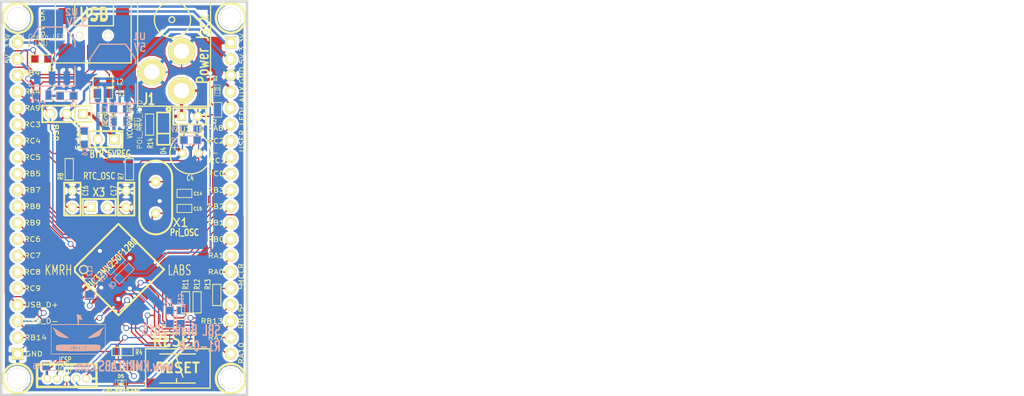
<source format=kicad_pcb>
(kicad_pcb (version 3) (host pcbnew "(2013-07-07 BZR 4022)-stable")
  (title_block (title "SBL Brain 2013") (rev R1-0-0) (company "KMRH Labs, INC"))
  (layers (15 Front signal) (0 Back signal hide) (18 B.Paste user) (19 F.Paste user) (20 B.SilkS user) (21 F.SilkS user) (22 B.Mask user) (23 F.Mask user) (28 Edge.Cuts user))
  (net 0 "")
  (net 1 +3.3V)
  (net 2 +5V)
  (net 3 /ICSP_C)
  (net 4 /ICSP_D)
  (net 5 /MCLR)
  (net 6 /OSCI)
  (net 7 /OSCO)
  (net 8 /PWR_IN)
  (net 9 /Pwr_Sel)
  (net 10 /RA0)
  (net 11 /RA1)
  (net 12 /RA10)
  (net 13 /RA7)
  (net 14 /RA8)
  (net 15 /RA9)
  (net 16 /RB13)
  (net 17 /RB14)
  (net 18 /RB15)
  (net 19 /RB2)
  (net 20 /RB3)
  (net 21 /RB5)
  (net 22 /RB7)
  (net 23 /RB8)
  (net 24 /RB9)
  (net 25 /RC0)
  (net 26 /RC1)
  (net 27 /RC2)
  (net 28 /RC3)
  (net 29 /RC4)
  (net 30 /RC5)
  (net 31 /RC6)
  (net 32 /RC7)
  (net 33 /RC8)
  (net 34 /RC9)
  (net 35 /REV_LED)
  (net 36 /SOSCI)
  (net 37 /SOSCO)
  (net 38 /USB_D+)
  (net 39 /USB_D-)
  (net 40 /USB_VCC)
  (net 41 GND)
  (net 42 HT)
  (net 43 N-000004)
  (net 44 N-000011)
  (net 45 N-000012)
  (net 46 N-000013)
  (net 47 N-000017)
  (net 48 N-000027)
  (net 49 N-000035)
  (net 50 N-000036)
  (net 51 N-000040)
  (net 52 N-000041)
  (net 53 N-000044)
  (net 54 N-000045)
  (net 55 N-000048)
  (net 56 N-000057)
  (module USB_MINI_SMD (layer Front) (at 34.29 24.13 270)
    (fp_text reference J2 hide)
    (fp_text value USB_MINI hide)
    (fp_text user USB (at 1.99898 -5.4991 360) (layer F.SilkS) (effects (font (size 1.524 1.524) (thickness 0.3048))))
    (pad "" smd rect (at 2.25044 -1.00076 270) (size 2.49936 1.99898) (layers Front F.Paste F.Mask))
    (pad "" smd rect (at 2.25044 -9.90092 270) (size 2.49936 1.99898) (layers Front F.Paste F.Mask))
    (pad "" smd rect (at 7.74954 -9.90092 270) (size 2.49936 1.99898) (layers Front F.Paste F.Mask))
    (pad "" smd rect (at 7.74954 -1.00076 270) (size 2.49936 1.99898) (layers Front F.Paste F.Mask))
    (pad "" thru_hole circle (at 5.25018 -7.65048 270) (size 1.09982 1.09982) (drill 1.00076) (layers *.Cu *.Mask F.SilkS))
    (pad "" thru_hole circle (at 5.25018 -3.2512 270) (size 1.09982 1.09982) (drill 1.00076) (layers *.Cu *.Mask F.SilkS))
    (pad 1 smd rect (at 7.85114 -7.05104 270) (size 2.30124 0.50038) (layers Front F.Paste F.Mask) (net 56 N-000057))
    (pad 2 smd rect (at 7.85114 -6.25094 270) (size 2.30124 0.50038) (layers Front F.Paste F.Mask) (net 39 /USB_D-))
    (pad 3 smd rect (at 7.85114 -5.45084 270) (size 2.30124 0.50038) (layers Front F.Paste F.Mask) (net 38 /USB_D+))
    (pad 4 smd rect (at 7.85114 -4.65074 270) (size 2.30124 0.50038) (layers Front F.Paste F.Mask))
    (pad 5 smd rect (at 7.85114 -3.85064 270) (size 2.30124 0.50038) (layers Front F.Paste F.Mask) (net 41 GND))
  )
  (module TQFP44 (layer Front) (at 43.561 65.659 45)
    (fp_text reference U3 hide)
    (fp_text value PIC32MX250F128D (at -0.0889 -1.3462 45) (layer F.SilkS) (effects (font (size 1.016 0.762) (thickness 0.1905))))
    (pad 39 smd rect (at 0 -5.715 45) (size 0.4064 1.524) (layers Front F.Paste F.Mask) (net 41 GND))
    (pad 40 smd rect (at -0.8001 -5.715 45) (size 0.4064 1.524) (layers Front F.Paste F.Mask) (net 1 +3.3V))
    (pad 41 smd rect (at -1.6002 -5.715 45) (size 0.4064 1.524) (layers Front F.Paste F.Mask) (net 21 /RB5))
    (pad 42 smd rect (at -2.4003 -5.715 45) (size 0.4064 1.524) (layers Front F.Paste F.Mask) (net 40 /USB_VCC))
    (pad 43 smd rect (at -3.2004 -5.715 45) (size 0.4064 1.524) (layers Front F.Paste F.Mask) (net 22 /RB7))
    (pad 44 smd rect (at -4.0005 -5.715 45) (size 0.4064 1.524) (layers Front F.Paste F.Mask) (net 23 /RB8))
    (pad 38 smd rect (at 0.8001 -5.715 45) (size 0.4064 1.524) (layers Front F.Paste F.Mask) (net 30 /RC5))
    (pad 37 smd rect (at 1.6002 -5.715 45) (size 0.4064 1.524) (layers Front F.Paste F.Mask) (net 29 /RC4))
    (pad 36 smd rect (at 2.4003 -5.715 45) (size 0.4064 1.524) (layers Front F.Paste F.Mask) (net 28 /RC3))
    (pad 35 smd rect (at 3.2004 -5.715 45) (size 0.4064 1.524) (layers Front F.Paste F.Mask) (net 15 /RA9))
    (pad 34 smd rect (at 4.0005 -5.715 45) (size 0.4064 1.524) (layers Front F.Paste F.Mask) (net 37 /SOSCO))
    (pad 17 smd rect (at 0 5.715 45) (size 0.4064 1.524) (layers Front F.Paste F.Mask) (net 52 N-000041))
    (pad 16 smd rect (at -0.8001 5.715 45) (size 0.4064 1.524) (layers Front F.Paste F.Mask) (net 41 GND))
    (pad 15 smd rect (at -1.6002 5.715 45) (size 0.4064 1.524) (layers Front F.Paste F.Mask) (net 18 /RB15))
    (pad 14 smd rect (at -2.4003 5.715 45) (size 0.4064 1.524) (layers Front F.Paste F.Mask) (net 17 /RB14))
    (pad 13 smd rect (at -3.2004 5.715 45) (size 0.4064 1.524) (layers Front F.Paste F.Mask) (net 13 /RA7))
    (pad 12 smd rect (at -4.0005 5.715 45) (size 0.4064 1.524) (layers Front F.Paste F.Mask) (net 12 /RA10))
    (pad 18 smd rect (at 0.8001 5.715 45) (size 0.4064 1.524) (layers Front F.Paste F.Mask) (net 5 /MCLR))
    (pad 19 smd rect (at 1.6002 5.715 45) (size 0.4064 1.524) (layers Front F.Paste F.Mask) (net 10 /RA0))
    (pad 20 smd rect (at 2.4003 5.715 45) (size 0.4064 1.524) (layers Front F.Paste F.Mask) (net 11 /RA1))
    (pad 21 smd rect (at 3.2004 5.715 45) (size 0.4064 1.524) (layers Front F.Paste F.Mask) (net 4 /ICSP_D))
    (pad 22 smd rect (at 4.0005 5.715 45) (size 0.4064 1.524) (layers Front F.Paste F.Mask) (net 3 /ICSP_C))
    (pad 6 smd rect (at -5.715 0 45) (size 1.524 0.4064) (layers Front F.Paste F.Mask) (net 41 GND))
    (pad 28 smd rect (at 5.715 0 45) (size 1.524 0.4064) (layers Front F.Paste F.Mask) (net 1 +3.3V))
    (pad 7 smd rect (at -5.715 0.8001 45) (size 1.524 0.4064) (layers Front F.Paste F.Mask) (net 55 N-000048))
    (pad 27 smd rect (at 5.715 0.8001 45) (size 1.524 0.4064) (layers Front F.Paste F.Mask) (net 27 /RC2))
    (pad 26 smd rect (at 5.715 1.6002 45) (size 1.524 0.4064) (layers Front F.Paste F.Mask) (net 26 /RC1))
    (pad 8 smd rect (at -5.715 1.6002 45) (size 1.524 0.4064) (layers Front F.Paste F.Mask) (net 38 /USB_D+))
    (pad 9 smd rect (at -5.715 2.4003 45) (size 1.524 0.4064) (layers Front F.Paste F.Mask) (net 39 /USB_D-))
    (pad 25 smd rect (at 5.715 2.4003 45) (size 1.524 0.4064) (layers Front F.Paste F.Mask) (net 25 /RC0))
    (pad 24 smd rect (at 5.715 3.2004 45) (size 1.524 0.4064) (layers Front F.Paste F.Mask) (net 20 /RB3))
    (pad 10 smd rect (at -5.715 3.2004 45) (size 1.524 0.4064) (layers Front F.Paste F.Mask) (net 1 +3.3V))
    (pad 11 smd rect (at -5.715 4.0005 45) (size 1.524 0.4064) (layers Front F.Paste F.Mask) (net 16 /RB13))
    (pad 23 smd rect (at 5.715 4.0005 45) (size 1.524 0.4064) (layers Front F.Paste F.Mask) (net 19 /RB2))
    (pad 29 smd rect (at 5.715 -0.8001 45) (size 1.524 0.4064) (layers Front F.Paste F.Mask) (net 41 GND))
    (pad 5 smd rect (at -5.715 -0.8001 45) (size 1.524 0.4064) (layers Front F.Paste F.Mask) (net 34 /RC9))
    (pad 4 smd rect (at -5.715 -1.6002 45) (size 1.524 0.4064) (layers Front F.Paste F.Mask) (net 33 /RC8))
    (pad 30 smd rect (at 5.715 -1.6002 45) (size 1.524 0.4064) (layers Front F.Paste F.Mask) (net 6 /OSCI))
    (pad 31 smd rect (at 5.715 -2.4003 45) (size 1.524 0.4064) (layers Front F.Paste F.Mask) (net 7 /OSCO))
    (pad 3 smd rect (at -5.715 -2.4003 45) (size 1.524 0.4064) (layers Front F.Paste F.Mask) (net 32 /RC7))
    (pad 2 smd rect (at -5.715 -3.2004 45) (size 1.524 0.4064) (layers Front F.Paste F.Mask) (net 31 /RC6))
    (pad 32 smd rect (at 5.715 -3.2004 45) (size 1.524 0.4064) (layers Front F.Paste F.Mask) (net 14 /RA8))
    (pad 33 smd rect (at 5.715 -4.0005 45) (size 1.524 0.4064) (layers Front F.Paste F.Mask) (net 36 /SOSCI))
    (pad 1 smd rect (at -5.715 -4.0005 45) (size 1.524 0.4064) (layers Front F.Paste F.Mask) (net 24 /RB9))
  )
  (module SOT223 (layer Back) (at 33.274 32.639 180)
    (fp_text reference U2 (at -3.0226 6.8834 180) (layer B.SilkS) (effects (font (size 1.016 1.016) (thickness 0.2032)) (justify mirror)))
    (fp_text value SPX1117-M3 hide)
    (pad 4 smd rect (at 0 5.08 180) (size 3.429 4.445) (layers Back B.Paste B.Mask))
    (pad 2 smd rect (at 0 -3.302 180) (size 1.016 2.032) (layers Back B.Paste B.Mask) (net 1 +3.3V))
    (pad 3 smd rect (at 2.286 -3.302 180) (size 1.016 2.032) (layers Back B.Paste B.Mask) (net 9 /Pwr_Sel))
    (pad 1 smd rect (at -2.286 -3.302 180) (size 1.016 2.032) (layers Back B.Paste B.Mask) (net 41 GND))
  )
  (module SOT223 (layer Back) (at 42.672 35.306 180)
    (fp_text reference U1 (at -4.1402 5.7658 180) (layer B.SilkS) (effects (font (size 1.016 1.016) (thickness 0.2032)) (justify mirror)))
    (fp_text value LD1117S50 hide)
    (pad 4 smd rect (at 0 3.302 180) (size 5.08 3.175) (layers Back B.Paste B.Mask) (net 42 HT))
    (pad 2 smd rect (at 0 -3.302 180) (size 1.016 2.032) (layers Back B.Paste B.Mask) (net 2 +5V))
    (pad 3 smd rect (at 2.286 -3.302 180) (size 1.016 2.032) (layers Back B.Paste B.Mask) (net 8 /PWR_IN))
    (pad 1 smd rect (at -2.286 -3.302 180) (size 1.016 2.032) (layers Back B.Paste B.Mask) (net 41 GND))
  )
  (module SM0805 (layer Back) (at 39.116 68.58 90)
    (fp_text reference C12 (at 2.69494 0 90) (layer B.SilkS) (effects (font (size 0.8128 0.5588) (thickness 0.127)) (justify mirror)))
    (fp_text value 10uF hide)
    (pad 1 smd rect (at -1.07696 0 90) (size 1.397 1.397) (layers Back B.Paste B.Mask) (net 55 N-000048))
    (pad 2 smd rect (at 1.07696 0 90) (size 1.397 1.397) (layers Back B.Paste B.Mask) (net 41 GND))
  )
  (module SM0805 (layer Back) (at 31.75 38.608 180)
    (fp_text reference C2 (at 0 -1.524 180) (layer B.SilkS) (effects (font (size 0.8128 0.5588) (thickness 0.127)) (justify mirror)))
    (fp_text value 10uF hide)
    (pad 1 smd rect (at -0.9525 0 180) (size 0.889 1.397) (layers Back B.Paste B.Mask) (net 1 +3.3V))
    (pad 2 smd rect (at 0.9525 0 180) (size 0.889 1.397) (layers Back B.Paste B.Mask) (net 41 GND))
  )
  (module SM0805 (layer Back) (at 43.815 42.672)
    (fp_text reference C1 (at -2.413 0) (layer B.SilkS) (effects (font (size 0.8128 0.5588) (thickness 0.127)) (justify mirror)))
    (fp_text value 10uF hide)
    (pad 1 smd rect (at -0.9525 0) (size 0.889 1.397) (layers Back B.Paste B.Mask) (net 2 +5V))
    (pad 2 smd rect (at 0.9525 0) (size 0.889 1.397) (layers Back B.Paste B.Mask) (net 41 GND))
  )
  (module SM0603 (layer Front) (at 58.801 69.596 90)
    (fp_text reference R13 (at 1.651 -1.397 90) (layer F.SilkS) (effects (font (size 0.8128 0.5588) (thickness 0.127))))
    (fp_text value 1K hide)
    (pad 1 smd rect (at -1.016 0 90) (size 1.143 1.143) (layers Front F.Paste F.Mask) (net 5 /MCLR))
    (pad 2 smd rect (at 1.016 0 90) (size 1.143 1.143) (layers Front F.Paste F.Mask) (net 44 N-000011))
  )
  (module SM0603 (layer Front) (at 55.753 70.739 90)
    (fp_text reference R12 (at 2.794 0 90) (layer F.SilkS) (effects (font (size 0.8128 0.5588) (thickness 0.127))))
    (fp_text value 1K hide)
    (pad 1 smd rect (at -1.016 0 90) (size 1.143 1.143) (layers Front F.Paste F.Mask) (net 4 /ICSP_D))
    (pad 2 smd rect (at 1.016 0 90) (size 1.143 1.143) (layers Front F.Paste F.Mask) (net 47 N-000017))
  )
  (module SM0603 (layer Front) (at 53.975 70.739 90)
    (fp_text reference R11 (at 2.794 0 90) (layer F.SilkS) (effects (font (size 0.8128 0.5588) (thickness 0.127))))
    (fp_text value 1K hide)
    (pad 1 smd rect (at -1.016 0 90) (size 1.143 1.143) (layers Front F.Paste F.Mask) (net 3 /ICSP_C))
    (pad 2 smd rect (at 1.016 0 90) (size 1.143 1.143) (layers Front F.Paste F.Mask) (net 48 N-000027))
  )
  (module SM0603 (layer Front) (at 35.941 50.1142 90)
    (fp_text reference R8 (at -1.0922 -1.3208 90) (layer F.SilkS) (effects (font (size 0.8128 0.5588) (thickness 0.127))))
    (fp_text value DNP hide)
    (pad 1 smd rect (at -1.016 0 90) (size 1.143 1.143) (layers Front F.Paste F.Mask) (net 37 /SOSCO))
    (pad 2 smd rect (at 1.016 0 90) (size 1.143 1.143) (layers Front F.Paste F.Mask) (net 46 N-000013))
  )
  (module SM0603 (layer Front) (at 45.2628 50.1142 90)
    (fp_text reference R7 (at -1.0922 -1.2954 90) (layer F.SilkS) (effects (font (size 0.8128 0.5588) (thickness 0.127))))
    (fp_text value DNP hide)
    (pad 1 smd rect (at -1.016 0 90) (size 1.143 1.143) (layers Front F.Paste F.Mask) (net 36 /SOSCI))
    (pad 2 smd rect (at 1.016 0 90) (size 1.143 1.143) (layers Front F.Paste F.Mask) (net 45 N-000012))
  )
  (module SM0603 (layer Back) (at 33.401 80.645)
    (fp_text reference R6 (at -2.54 0) (layer B.SilkS) (effects (font (size 0.8128 0.5588) (thickness 0.127)) (justify mirror)))
    (fp_text value 47K hide)
    (pad 1 smd rect (at -1.016 0) (size 1.143 1.143) (layers Back B.Paste B.Mask) (net 5 /MCLR))
    (pad 2 smd rect (at 1.016 0) (size 1.143 1.143) (layers Back B.Paste B.Mask) (net 1 +3.3V))
  )
  (module SM0603 (layer Front) (at 44.196 80.772 180)
    (fp_text reference R5 (at -2.54 0 180) (layer F.SilkS) (effects (font (size 0.8128 0.5588) (thickness 0.127))))
    (fp_text value 470 hide)
    (pad 1 smd rect (at -1.016 0 180) (size 1.143 1.143) (layers Front F.Paste F.Mask) (net 1 +3.3V))
    (pad 2 smd rect (at 1.016 0 180) (size 1.143 1.143) (layers Front F.Paste F.Mask) (net 49 N-000035))
  )
  (module SM0603 (layer Front) (at 44.196 78.359)
    (fp_text reference R4 (at 2.54 0.127) (layer F.SilkS) (effects (font (size 0.8128 0.5588) (thickness 0.127))))
    (fp_text value 1K hide)
    (pad 1 smd rect (at -1.016 0) (size 1.143 1.143) (layers Front F.Paste F.Mask) (net 5 /MCLR))
    (pad 2 smd rect (at 1.016 0) (size 1.143 1.143) (layers Front F.Paste F.Mask) (net 51 N-000040))
  )
  (module SM0603 (layer Front) (at 31.623 33.02)
    (fp_text reference R1 (at 1.524 1.524) (layer F.SilkS) (effects (font (size 0.8128 0.5588) (thickness 0.127))))
    (fp_text value 470 hide)
    (pad 1 smd rect (at -1.016 0) (size 1.143 1.143) (layers Front F.Paste F.Mask) (net 9 /Pwr_Sel))
    (pad 2 smd rect (at 1.016 0) (size 1.143 1.143) (layers Front F.Paste F.Mask) (net 50 N-000036))
  )
  (module SM0603 (layer Back) (at 51.5112 73.025 270)
    (fp_text reference L1 (at -2.413 0.127 270) (layer B.SilkS) (effects (font (size 0.8128 0.5588) (thickness 0.127)) (justify mirror)))
    (fp_text value FERRITE hide)
    (pad 1 smd rect (at -1.016 0 270) (size 1.143 1.143) (layers Back B.Paste B.Mask) (net 52 N-000041))
    (pad 2 smd rect (at 1.016 0 270) (size 1.143 1.143) (layers Back B.Paste B.Mask) (net 1 +3.3V))
  )
  (module SM0603 (layer Back) (at 43.815 40.767)
    (fp_text reference C3 (at -2.54 0.127) (layer B.SilkS) (effects (font (size 0.8128 0.5588) (thickness 0.127)) (justify mirror)))
    (fp_text value 1uF hide)
    (pad 1 smd rect (at -1.016 0) (size 1.143 1.143) (layers Back B.Paste B.Mask) (net 2 +5V))
    (pad 2 smd rect (at 1.016 0) (size 1.143 1.143) (layers Back B.Paste B.Mask) (net 41 GND))
  )
  (module SM0603 (layer Back) (at 35.56 38.735)
    (fp_text reference C5 (at 1.016 1.397) (layer B.SilkS) (effects (font (size 0.8128 0.5588) (thickness 0.127)) (justify mirror)))
    (fp_text value 1uF hide)
    (pad 1 smd rect (at -1.016 0) (size 1.143 1.143) (layers Back B.Paste B.Mask) (net 1 +3.3V))
    (pad 2 smd rect (at 1.016 0) (size 1.143 1.143) (layers Back B.Paste B.Mask) (net 41 GND))
  )
  (module SM0603 (layer Back) (at 38.227 45.212 270)
    (fp_text reference C6 (at 2.286 -0.127 270) (layer B.SilkS) (effects (font (size 0.8128 0.5588) (thickness 0.127)) (justify mirror)))
    (fp_text value 1uF hide)
    (pad 1 smd rect (at -1.016 0 270) (size 1.143 1.143) (layers Back B.Paste B.Mask) (net 9 /Pwr_Sel))
    (pad 2 smd rect (at 1.016 0 270) (size 1.143 1.143) (layers Back B.Paste B.Mask) (net 41 GND))
  )
  (module SM0603 (layer Back) (at 54.737 45.593)
    (fp_text reference C7 (at -2.413 0.127) (layer B.SilkS) (effects (font (size 0.8128 0.5588) (thickness 0.127)) (justify mirror)))
    (fp_text value 1uF hide)
    (pad 1 smd rect (at -1.016 0) (size 1.143 1.143) (layers Back B.Paste B.Mask) (net 8 /PWR_IN))
    (pad 2 smd rect (at 1.016 0) (size 1.143 1.143) (layers Back B.Paste B.Mask) (net 41 GND))
  )
  (module SM0603 (layer Back) (at 44.45 66.294 225)
    (fp_text reference C8 (at 2.5146 0 225) (layer B.SilkS) (effects (font (size 0.8128 0.5588) (thickness 0.127)) (justify mirror)))
    (fp_text value 0.1uF hide)
    (pad 1 smd rect (at -1.016 0 225) (size 1.143 1.143) (layers Back B.Paste B.Mask) (net 1 +3.3V))
    (pad 2 smd rect (at 1.016 0 225) (size 1.143 1.143) (layers Back B.Paste B.Mask) (net 41 GND))
  )
  (module SM0603 (layer Back) (at 54.737 43.815)
    (fp_text reference C9 (at -2.413 0.127) (layer B.SilkS) (effects (font (size 0.8128 0.5588) (thickness 0.127)) (justify mirror)))
    (fp_text value 0.1uF hide)
    (pad 1 smd rect (at -1.016 0) (size 1.143 1.143) (layers Back B.Paste B.Mask) (net 8 /PWR_IN))
    (pad 2 smd rect (at 1.016 0) (size 1.143 1.143) (layers Back B.Paste B.Mask) (net 41 GND))
  )
  (module SM0603 (layer Back) (at 43.053 64.897 225)
    (fp_text reference C10 (at 2.69494 0 225) (layer B.SilkS) (effects (font (size 0.889 0.5588) (thickness 0.127)) (justify mirror)))
    (fp_text value 0.1uF hide)
    (pad 1 smd rect (at -1.016 0 225) (size 1.143 1.143) (layers Back B.Paste B.Mask) (net 1 +3.3V))
    (pad 2 smd rect (at 1.016 0 225) (size 1.143 1.143) (layers Back B.Paste B.Mask) (net 41 GND))
  )
  (module SM0603 (layer Back) (at 53.2384 73.025 270)
    (fp_text reference C13 (at -2.794 0 270) (layer B.SilkS) (effects (font (size 0.8128 0.5588) (thickness 0.127)) (justify mirror)))
    (fp_text value 0.1uF hide)
    (pad 1 smd rect (at -1.016 0 270) (size 1.143 1.143) (layers Back B.Paste B.Mask) (net 52 N-000041))
    (pad 2 smd rect (at 1.016 0 270) (size 1.143 1.143) (layers Back B.Paste B.Mask) (net 41 GND))
  )
  (module SIL-3 (layer Front) (at 35.56 41.529 180)
    (fp_text reference K1 hide)
    (fp_text value Ext/USB_PWR hide)
    (pad 1 thru_hole rect (at -2.54 0 180) (size 1.524 1.524) (drill 1.016) (layers *.Cu *.Mask F.SilkS) (net 2 +5V))
    (pad 2 thru_hole circle (at 0 0 180) (size 1.524 1.524) (drill 1.016) (layers *.Cu *.Mask F.SilkS) (net 9 /Pwr_Sel))
    (pad 3 thru_hole circle (at 2.54 0 180) (size 1.524 1.524) (drill 1.016) (layers *.Cu *.Mask F.SilkS) (net 40 /USB_VCC))
  )
  (module SIL-20 (layer Front) (at 27.94 55.88 90)
    (fp_text reference P2 hide)
    (fp_text value CONN_20 hide)
    (pad 1 thru_hole rect (at -22.86 0 90) (size 1.778 1.778) (drill 1.016) (layers *.Cu *.Mask F.SilkS) (net 41 GND))
    (pad 2 thru_hole circle (at -20.32 0 90) (size 1.778 1.778) (drill 1.016) (layers *.Cu *.Mask F.SilkS) (net 17 /RB14))
    (pad 3 thru_hole circle (at -17.78 0 90) (size 1.778 1.778) (drill 1.016) (layers *.Cu *.Mask F.SilkS) (net 39 /USB_D-))
    (pad 4 thru_hole circle (at -15.24 0 90) (size 1.778 1.778) (drill 1.016) (layers *.Cu *.Mask F.SilkS) (net 38 /USB_D+))
    (pad 5 thru_hole circle (at -12.7 0 90) (size 1.778 1.778) (drill 1.016) (layers *.Cu *.Mask F.SilkS) (net 34 /RC9))
    (pad 6 thru_hole circle (at -10.16 0 90) (size 1.778 1.778) (drill 1.016) (layers *.Cu *.Mask F.SilkS) (net 33 /RC8))
    (pad 7 thru_hole circle (at -7.62 0 90) (size 1.778 1.778) (drill 1.016) (layers *.Cu *.Mask F.SilkS) (net 32 /RC7))
    (pad 8 thru_hole circle (at -5.08 0 90) (size 1.778 1.778) (drill 1.016) (layers *.Cu *.Mask F.SilkS) (net 31 /RC6))
    (pad 9 thru_hole circle (at -2.54 0 90) (size 1.778 1.778) (drill 1.016) (layers *.Cu *.Mask F.SilkS) (net 24 /RB9))
    (pad 10 thru_hole circle (at 0 0 90) (size 1.778 1.778) (drill 1.016) (layers *.Cu *.Mask F.SilkS) (net 23 /RB8))
    (pad 11 thru_hole circle (at 2.54 0 90) (size 1.778 1.778) (drill 1.016) (layers *.Cu *.Mask F.SilkS) (net 22 /RB7))
    (pad 12 thru_hole circle (at 5.08 0 90) (size 1.778 1.778) (drill 1.016) (layers *.Cu *.Mask F.SilkS) (net 21 /RB5))
    (pad 13 thru_hole circle (at 7.62 0 90) (size 1.778 1.778) (drill 1.016) (layers *.Cu *.Mask F.SilkS) (net 30 /RC5))
    (pad 14 thru_hole circle (at 10.16 0 90) (size 1.778 1.778) (drill 1.016) (layers *.Cu *.Mask F.SilkS) (net 29 /RC4))
    (pad 15 thru_hole circle (at 12.7 0 90) (size 1.778 1.778) (drill 1.016) (layers *.Cu *.Mask F.SilkS) (net 28 /RC3))
    (pad 16 thru_hole circle (at 15.24 0 90) (size 1.778 1.778) (drill 1.016) (layers *.Cu *.Mask F.SilkS) (net 15 /RA9))
    (pad 17 thru_hole circle (at 17.78 0 90) (size 1.778 1.778) (drill 1.016) (layers *.Cu *.Mask F.SilkS) (net 46 N-000013))
    (pad 18 thru_hole circle (at 20.32 0 90) (size 1.778 1.778) (drill 1.016) (layers *.Cu *.Mask F.SilkS) (net 45 N-000012))
    (pad 19 thru_hole circle (at 22.86 0 90) (size 1.778 1.778) (drill 1.016) (layers *.Cu *.Mask F.SilkS) (net 9 /Pwr_Sel))
    (pad 20 thru_hole circle (at 25.4 0 90) (size 1.778 1.778) (drill 1.016) (layers *.Cu *.Mask F.SilkS) (net 1 +3.3V))
  )
  (module SIL-20 (layer Front) (at 60.96 53.34 270)
    (fp_text reference P3 hide)
    (fp_text value CONN_20 hide)
    (pad 1 thru_hole rect (at -22.86 0 270) (size 1.778 1.778) (drill 1.016) (layers *.Cu *.Mask F.SilkS) (net 1 +3.3V))
    (pad 2 thru_hole circle (at -20.32 0 270) (size 1.778 1.778) (drill 1.016) (layers *.Cu *.Mask F.SilkS) (net 9 /Pwr_Sel))
    (pad 3 thru_hole circle (at -17.78 0 270) (size 1.778 1.778) (drill 1.016) (layers *.Cu *.Mask F.SilkS) (net 41 GND))
    (pad 4 thru_hole circle (at -15.24 0 270) (size 1.778 1.778) (drill 1.016) (layers *.Cu *.Mask F.SilkS) (net 35 /REV_LED))
    (pad 5 thru_hole circle (at -12.7 0 270) (size 1.778 1.778) (drill 1.016) (layers *.Cu *.Mask F.SilkS) (net 43 N-000004))
    (pad 6 thru_hole circle (at -10.16 0 270) (size 1.778 1.778) (drill 1.016) (layers *.Cu *.Mask F.SilkS) (net 14 /RA8))
    (pad 7 thru_hole circle (at -7.62 0 270) (size 1.778 1.778) (drill 1.016) (layers *.Cu *.Mask F.SilkS) (net 27 /RC2))
    (pad 8 thru_hole circle (at -5.08 0 270) (size 1.778 1.778) (drill 1.016) (layers *.Cu *.Mask F.SilkS) (net 26 /RC1))
    (pad 9 thru_hole circle (at -2.54 0 270) (size 1.778 1.778) (drill 1.016) (layers *.Cu *.Mask F.SilkS) (net 25 /RC0))
    (pad 10 thru_hole circle (at 0 0 270) (size 1.778 1.778) (drill 1.016) (layers *.Cu *.Mask F.SilkS) (net 20 /RB3))
    (pad 11 thru_hole circle (at 2.54 0 270) (size 1.778 1.778) (drill 1.016) (layers *.Cu *.Mask F.SilkS) (net 19 /RB2))
    (pad 12 thru_hole circle (at 5.08 0 270) (size 1.778 1.778) (drill 1.016) (layers *.Cu *.Mask F.SilkS) (net 48 N-000027))
    (pad 13 thru_hole circle (at 7.62 0 270) (size 1.778 1.778) (drill 1.016) (layers *.Cu *.Mask F.SilkS) (net 47 N-000017))
    (pad 14 thru_hole circle (at 10.16 0 270) (size 1.778 1.778) (drill 1.016) (layers *.Cu *.Mask F.SilkS) (net 11 /RA1))
    (pad 15 thru_hole circle (at 12.7 0 270) (size 1.778 1.778) (drill 1.016) (layers *.Cu *.Mask F.SilkS) (net 10 /RA0))
    (pad 16 thru_hole circle (at 15.24 0 270) (size 1.778 1.778) (drill 1.016) (layers *.Cu *.Mask F.SilkS) (net 44 N-000011))
    (pad 17 thru_hole circle (at 17.78 0 270) (size 1.778 1.778) (drill 1.016) (layers *.Cu *.Mask F.SilkS) (net 18 /RB15))
    (pad 18 thru_hole circle (at 20.32 0 270) (size 1.778 1.778) (drill 1.016) (layers *.Cu *.Mask F.SilkS) (net 16 /RB13))
    (pad 19 thru_hole circle (at 22.86 0 270) (size 1.778 1.778) (drill 1.016) (layers *.Cu *.Mask F.SilkS) (net 13 /RA7))
    (pad 20 thru_hole circle (at 25.4 0 270) (size 1.778 1.778) (drill 1.016) (layers *.Cu *.Mask F.SilkS) (net 12 /RA10))
  )
  (module SIL-2 (layer Front) (at 40.5892 55.9816)
    (fp_text reference X3 (at -0.0508 -2.286) (layer F.SilkS) (effects (font (size 1.27 1.016) (thickness 0.2032))))
    (fp_text value DNP hide)
    (pad 1 thru_hole rect (at -1.27 0) (size 1.397 1.397) (drill 0.8128) (layers *.Cu *.Mask F.SilkS) (net 37 /SOSCO))
    (pad 2 thru_hole circle (at 1.27 0) (size 1.397 1.397) (drill 0.8128) (layers *.Cu *.Mask F.SilkS) (net 36 /SOSCI))
  )
  (module SIL-2 (layer Front) (at 41.656 45.466 180)
    (fp_text reference P1 hide)
    (fp_text value BYP_5VREG (at -0.635 -2.286 180) (layer F.SilkS) (effects (font (size 1.143 0.762) (thickness 0.1905))))
    (pad 1 thru_hole rect (at -1.27 0 180) (size 1.524 1.524) (drill 1.016) (layers *.Cu *.Mask F.SilkS) (net 2 +5V))
    (pad 2 thru_hole circle (at 1.27 0 180) (size 1.524 1.524) (drill 1.016) (layers *.Cu *.Mask F.SilkS) (net 8 /PWR_IN))
  )
  (module SIL-2 (layer Front) (at 54.61 41.91)
    (fp_text reference J1 (at -6.35 -2.667) (layer F.SilkS) (effects (font (size 1.72974 1.08712) (thickness 0.27178))))
    (fp_text value AUX_IN hide)
    (pad 1 thru_hole rect (at -1.27 0) (size 1.397 1.397) (drill 0.8128) (layers *.Cu *.Mask F.SilkS) (net 35 /REV_LED))
    (pad 2 thru_hole circle (at 1.27 0) (size 1.397 1.397) (drill 0.8128) (layers *.Cu *.Mask F.SilkS) (net 41 GND))
  )
  (module Power_Jack_2.1mm (layer Front) (at 53.34 24.13 270)
    (fp_text reference J3 hide)
    (fp_text value POWER_JACK hide)
    (pad 1 thru_hole circle (at 13.79982 0 270) (size 4.20116 4.20116) (drill 2.4003) (layers *.Cu *.Mask F.SilkS) (net 35 /REV_LED))
    (pad 2 thru_hole circle (at 10.89914 4.59994 270) (size 4.20116 4.20116) (drill 2.4003) (layers *.Cu *.Mask F.SilkS) (net 41 GND))
    (pad 3 thru_hole circle (at 7.69874 0 270) (size 4.20116 4.20116) (drill 2.4003) (layers *.Cu *.Mask F.SilkS) (net 41 GND))
  )
  (module LED-0603 (layer Front) (at 31.623 30.48)
    (fp_text reference D1 hide)
    (fp_text value 5V_Green_LED (at -0.127 -0.889) (layer F.SilkS) (effects (font (size 0.762 0.762) (thickness 0.0889))))
    (pad 1 smd rect (at -0.7493 0) (size 0.79756 0.79756) (layers Front F.Paste F.Mask) (net 50 N-000036))
    (pad 2 smd rect (at 0.7493 0) (size 0.79756 0.79756) (layers Front F.Paste F.Mask) (net 41 GND))
  )
  (module LED-0603 (layer Front) (at 58.9026 37.8714 90)
    (fp_text reference D2 (at 1.8542 -0.3302 90) (layer F.SilkS) (effects (font (size 0.508 0.4572) (thickness 0.1143))))
    (fp_text value User_Green_LED hide)
    (pad 1 smd rect (at -0.7493 0 90) (size 0.79756 0.79756) (layers Front F.Paste F.Mask) (net 43 N-000004))
    (pad 2 smd rect (at 0.7493 0 90) (size 0.79756 0.79756) (layers Front F.Paste F.Mask) (net 54 N-000045))
  )
  (module CP_R_2.5mm (layer Front) (at 54.737 47.625 180)
    (fp_text reference C4 (at 0.0508 -3.8608 180) (layer F.SilkS) (effects (font (size 0.8128 0.5588) (thickness 0.127))))
    (fp_text value 220uF hide)
    (pad 1 thru_hole circle (at 1.24968 0 180) (size 1.30048 1.30048) (drill 0.7112) (layers *.Cu *.Mask F.SilkS) (net 8 /PWR_IN))
    (pad 2 thru_hole circle (at -1.24968 0 180) (size 1.30048 1.30048) (drill 0.7112) (layers *.Cu *.Mask F.SilkS) (net 41 GND))
  )
  (module C1 (layer Front) (at 36.4236 54.737 90)
    (fp_text reference C16 (at 1.2954 2.032 90) (layer F.SilkS) (effects (font (size 0.8128 0.5588) (thickness 0.127))))
    (fp_text value DNP hide)
    (pad 1 thru_hole circle (at -1.27 0 90) (size 1.397 1.397) (drill 0.8128) (layers *.Cu *.Mask F.SilkS) (net 37 /SOSCO))
    (pad 2 thru_hole circle (at 1.27 0 90) (size 1.397 1.397) (drill 0.8128) (layers *.Cu *.Mask F.SilkS) (net 41 GND))
  )
  (module C1 (layer Front) (at 44.7548 54.737 90)
    (fp_text reference C17 (at 1.2954 -1.9304 90) (layer F.SilkS) (effects (font (size 0.8128 0.5588) (thickness 0.127))))
    (fp_text value DNP hide)
    (pad 1 thru_hole circle (at -1.27 0 90) (size 1.397 1.397) (drill 0.8128) (layers *.Cu *.Mask F.SilkS) (net 36 /SOSCI))
    (pad 2 thru_hole circle (at 1.27 0 90) (size 1.397 1.397) (drill 0.8128) (layers *.Cu *.Mask F.SilkS) (net 41 GND))
  )
  (module SW_6MM_SMD (layer Front) (at 48.768 78.74)
    (fp_text reference SW1 hide)
    (fp_text value RESET (at 3.937 2.159) (layer F.SilkS) (effects (font (size 1.524 1.524) (thickness 0.3048))))
    (pad 1 smd rect (at 0 0) (size 1.69926 1.39954) (layers Front F.Paste F.Mask) (net 51 N-000040))
    (pad 1 smd rect (at 7.9502 0) (size 1.69926 1.39954) (layers Front F.Paste F.Mask) (net 51 N-000040))
    (pad 2 smd rect (at 0 4.50088) (size 1.69926 1.39954) (layers Front F.Paste F.Mask) (net 41 GND))
    (pad 2 smd rect (at 7.9502 4.50088) (size 1.69926 1.39954) (layers Front F.Paste F.Mask) (net 41 GND))
  )
  (module ICSP_1.5MM_Mini (layer Front) (at 35.56 82.55)
    (fp_text reference H1 hide)
    (fp_text value ICSP (at -0.127 -1.397) (layer F.SilkS) (effects (font (size 1.016 0.762) (thickness 0.1143))))
    (pad 1 thru_hole circle (at -2.99974 0) (size 1.143 1.143) (drill 0.7493) (layers *.Cu *.Mask F.SilkS) (net 5 /MCLR))
    (pad 2 thru_hole circle (at -1.50114 0) (size 1.143 1.143) (drill 0.7493) (layers *.Cu *.Mask F.SilkS) (net 1 +3.3V))
    (pad 3 thru_hole circle (at 0 0) (size 1.143 1.143) (drill 0.7493) (layers *.Cu *.Mask F.SilkS) (net 41 GND))
    (pad 4 thru_hole circle (at 1.50114 0) (size 1.143 1.143) (drill 0.7493) (layers *.Cu *.Mask F.SilkS) (net 4 /ICSP_D))
    (pad 5 thru_hole circle (at 2.99974 0) (size 1.143 1.143) (drill 0.7493) (layers *.Cu *.Mask F.SilkS) (net 3 /ICSP_C))
  )
  (module 1pin (layer Front) (at 27.94 82.55)
    (fp_text reference 4-40 hide)
    (fp_text value P*** hide)
    (pad "" thru_hole circle (at 0 0) (size 3.2004 3.2004) (drill 3.175) (layers *.Cu *.Mask F.SilkS))
  )
  (module 1pin (layer Front) (at 60.96 82.55)
    (fp_text reference 4-40 hide)
    (fp_text value P*** hide)
    (pad 1 thru_hole circle (at 0 0) (size 3.2004 3.2004) (drill 3.175) (layers *.Cu *.Mask F.SilkS))
  )
  (module 1pin (layer Front) (at 60.96 26.67)
    (fp_text reference 4-40 hide)
    (fp_text value P*** hide)
    (pad 1 thru_hole circle (at 0 0) (size 3.2004 3.2004) (drill 3.175) (layers *.Cu *.Mask F.SilkS))
  )
  (module 1pin (layer Front) (at 27.94 26.67)
    (fp_text reference 4-40 hide)
    (fp_text value P*** hide)
    (pad 1 thru_hole circle (at 0 0) (size 3.2004 3.2004) (drill 3.175) (layers *.Cu *.Mask F.SilkS))
  )
  (module SOD-123 (layer Front) (at 50.546 43.815 270)
    (fp_text reference D4 (at 3.429 0 270) (layer F.SilkS) (effects (font (size 0.8128 0.5588) (thickness 0.127))))
    (fp_text value MBR120VLSFT1 hide)
    (pad 1 smd rect (at -1.6383 0 270) (size 1.016 1.27) (layers Front F.Paste F.Mask) (net 35 /REV_LED))
    (pad 2 smd rect (at 1.6383 0 270) (size 1.016 1.27) (layers Front F.Paste F.Mask) (net 8 /PWR_IN))
  )
  (module SM0603 (layer Front) (at 48.387 43.18 270)
    (fp_text reference R14 (at 2.921 -0.127 270) (layer F.SilkS) (effects (font (size 0.8128 0.5588) (thickness 0.127))))
    (fp_text value 470 hide)
    (pad 1 smd rect (at -1.016 0 270) (size 1.143 1.143) (layers Front F.Paste F.Mask) (net 35 /REV_LED))
    (pad 2 smd rect (at 1.016 0 270) (size 1.143 1.143) (layers Front F.Paste F.Mask) (net 53 N-000044))
  )
  (module LED-0603 (layer Front) (at 46.482 43.053 270)
    (fp_text reference D3 hide)
    (fp_text value POL_REV_RED (at 0.127 -0.381 270) (layer F.SilkS) (effects (font (size 0.762 0.762) (thickness 0.0889))))
    (pad 1 smd rect (at -0.7493 0 270) (size 0.79756 0.79756) (layers Front F.Paste F.Mask) (net 41 GND))
    (pad 2 smd rect (at 0.7493 0 270) (size 0.79756 0.79756) (layers Front F.Paste F.Mask) (net 53 N-000044))
  )
  (module SM0805 (layer Front) (at 41.148 38.354)
    (fp_text reference C11 (at 2.667 0) (layer F.SilkS) (effects (font (size 0.8128 0.5588) (thickness 0.127))))
    (fp_text value 4.7uF hide)
    (pad 1 smd rect (at -0.9525 0) (size 0.889 1.397) (layers Front F.Paste F.Mask) (net 40 /USB_VCC))
    (pad 2 smd rect (at 0.9525 0) (size 0.889 1.397) (layers Front F.Paste F.Mask) (net 41 GND))
  )
  (module SM0805 (layer Front) (at 41.148 36.576)
    (fp_text reference L2 (at 2.667 0) (layer F.SilkS) (effects (font (size 0.8128 0.5588) (thickness 0.127))))
    (fp_text value FERRITE hide)
    (pad 1 smd rect (at -0.9525 0) (size 0.889 1.397) (layers Front F.Paste F.Mask) (net 40 /USB_VCC))
    (pad 2 smd rect (at 0.9525 0) (size 0.889 1.397) (layers Front F.Paste F.Mask) (net 56 N-000057))
  )
  (module SM0603 (layer Front) (at 53.7972 56.1848)
    (fp_text reference C15 (at 2.0574 0.0508) (layer F.SilkS) (effects (font (size 0.508 0.4572) (thickness 0.1143))))
    (fp_text value 18pF hide)
    (pad 1 smd rect (at -0.762 0) (size 0.635 1.143) (layers Front F.Paste F.Mask) (net 6 /OSCI))
    (pad 2 smd rect (at 0.762 0) (size 0.635 1.143) (layers Front F.Paste F.Mask) (net 41 GND))
  )
  (module SM0603 (layer Front) (at 53.7972 53.848)
    (fp_text reference C14 (at 2.0828 0.0508) (layer F.SilkS) (effects (font (size 0.508 0.4572) (thickness 0.1143))))
    (fp_text value 18pF hide)
    (pad 1 smd rect (at -0.762 0) (size 0.635 1.143) (layers Front F.Paste F.Mask) (net 7 /OSCO))
    (pad 2 smd rect (at 0.762 0) (size 0.635 1.143) (layers Front F.Paste F.Mask) (net 41 GND))
  )
  (module HC-49US (layer Front) (at 49.3522 54.483 270)
    (fp_text reference X1 (at 3.9116 -3.8354 360) (layer F.SilkS) (effects (font (size 1.27 1.27) (thickness 0.2032))))
    (fp_text value 4MHz hide)
    (pad 1 thru_hole circle (at -2.44094 0 270) (size 1.4224 1.4224) (drill 0.762) (layers *.Cu *.Mask F.SilkS) (net 7 /OSCO))
    (pad 2 thru_hole circle (at 2.44094 0 270) (size 1.4224 1.4224) (drill 0.762) (layers *.Cu *.Mask F.SilkS) (net 6 /OSCI))
  )
  (module LOGO (layer Back) (at 37.338 75.6666)
    (fp_text reference G*** hide)
    (fp_text value LOGO hide)
  )
  (module SM0603 (layer Front) (at 58.928 40.894 90)
    (fp_text reference R2 (at -1.8288 -0.4572 90) (layer F.SilkS) (effects (font (size 0.508 0.4572) (thickness 0.1143))))
    (fp_text value 470 hide)
    (pad 1 smd rect (at -0.762 0 90) (size 0.635 1.143) (layers Front F.Paste F.Mask) (net 41 GND))
    (pad 2 smd rect (at 0.762 0 90) (size 0.635 1.143) (layers Front F.Paste F.Mask) (net 54 N-000045))
  )
  (module LED-0603 (layer Front) (at 43.942 83.2104)
    (fp_text reference D5 (at 0 -1.016) (layer F.SilkS) (effects (font (size 0.508 0.508) (thickness 0.127))))
    (fp_text value 3.3V_Green_LED (at 0 1.016) (layer F.SilkS) (effects (font (size 0.508 0.508) (thickness 0.127))))
    (pad 1 smd rect (at -0.7493 0) (size 0.79756 0.79756) (layers Front F.Paste F.Mask) (net 49 N-000035))
    (pad 2 smd rect (at 0.7493 0) (size 0.79756 0.79756) (layers Front F.Paste F.Mask) (net 41 GND))
  )
  (module LOGO (layer Front) (at 37.338 75.6666)
    (fp_text reference G*** hide)
    (fp_text value LOGO hide)
  )
  (gr_line (start 62.6745 40.64) (end 62.23 40.64) (angle 90) (layer F.SilkS) (width 0.127))
  (gr_line (start 62.6745 40.894) (end 62.6745 40.64) (angle 90) (layer F.SilkS) (width 0.127))
  (gr_text AUX (at 62.738 38.481 90) (layer F.SilkS) (effects (font (size 0.762 0.889) (thickness 0.127))))
  (gr_text "USER LED" (at 62.738 44.196 90) (layer F.SilkS) (effects (font (size 0.762 0.889) (thickness 0.127))))
  (gr_text LABS (at 53.0352 65.7606) (layer F.SilkS) (effects (font (size 1.524 1.016) (thickness 0.1524))))
  (gr_text KMRH (at 34.2646 65.7606) (layer F.SilkS) (effects (font (size 1.524 1.016) (thickness 0.1524))))
  (gr_text 5V (at 46.9138 31.242) (layer B.SilkS) (effects (font (size 1.27 1.016) (thickness 0.2032)) (justify mirror)))
  (gr_text 3.3V (at 37.1856 27.305) (layer B.SilkS) (effects (font (size 1.27 1.016) (thickness 0.2032)) (justify mirror)))
  (gr_text "Power Jack" (at 56.642 31.496 90) (layer F.SilkS) (effects (font (size 1.778 1.27) (thickness 0.254))))
  (gr_text USB (at 39.751 26.162) (layer F.SilkS) (effects (font (size 2.032 1.524) (thickness 0.3048))))
  (gr_line (start 62.611 71.12) (end 62.611 71.501) (angle 90) (layer F.SilkS) (width 0.1397))
  (gr_line (start 61.976 71.12) (end 62.611 71.12) (angle 90) (layer F.SilkS) (width 0.1397))
  (gr_line (start 62.611 68.58) (end 61.976 68.58) (angle 90) (layer F.SilkS) (width 0.1397))
  (gr_line (start 62.611 68.072) (end 62.611 68.58) (angle 90) (layer F.SilkS) (width 0.1397))
  (gr_line (start 49.53 44.577) (end 51.435 44.577) (angle 90) (layer F.SilkS) (width 0.254))
  (gr_text "VCC POL REV" (at 45.339 42.545 90) (layer F.SilkS) (effects (font (size 0.8128 0.5588) (thickness 0.127))))
  (gr_text "3.3V OK" (at 44.069 84.328) (layer F.SilkS) (effects (font (size 0.762 0.889) (thickness 0.127))))
  (gr_text ICSP (at 35.306 79.629) (layer F.SilkS) (effects (font (size 0.8128 0.5588) (thickness 0.127))))
  (gr_text RESET (at 52.324 76.581) (layer F.SilkS) (effects (font (size 2.032 1.524) (thickness 0.3048))))
  (gr_text "BYP 5V\nREG" (at 41.783 42.418) (layer F.SilkS) (effects (font (size 0.8128 0.5588) (thickness 0.127))))
  (gr_text "5V OK" (at 31.75 27.432 90) (layer F.SilkS) (effects (font (size 0.762 0.889) (thickness 0.127))))
  (gr_text "SBL Brain 2013\nR1-0-0" (at 59.563 76.327) (layer B.SilkS) (effects (font (size 1.524 1.016) (thickness 0.254)) (justify left mirror)))
  (gr_text www.KMRHLABS.com (at 44.45 80.645) (layer B.SilkS) (effects (font (size 1.524 1.016) (thickness 0.254)) (justify mirror)))
  (gr_text RB15 (at 62.611 73.152 90) (layer F.SilkS) (effects (font (size 0.762 0.889) (thickness 0.127))))
  (gr_text MCLR (at 62.611 66.421 90) (layer F.SilkS) (effects (font (size 0.762 0.889) (thickness 0.127))))
  (gr_text RB13 (at 58.039 73.66) (layer F.SilkS) (effects (font (size 0.762 0.889) (thickness 0.127))))
  (gr_text RA7 (at 58.674 76.2) (layer F.SilkS) (effects (font (size 0.762 0.889) (thickness 0.127))))
  (gr_text RA10 (at 62.611 78.613 90) (layer F.SilkS) (effects (font (size 0.762 0.889) (thickness 0.127))))
  (gr_text RA0 (at 58.674 66.04) (layer F.SilkS) (effects (font (size 0.762 0.889) (thickness 0.127))))
  (gr_text RA1 (at 58.674 63.5) (layer F.SilkS) (effects (font (size 0.762 0.889) (thickness 0.127))))
  (gr_text RB0 (at 58.674 60.96) (layer F.SilkS) (effects (font (size 0.762 0.889) (thickness 0.127))))
  (gr_text RB1 (at 58.674 58.42) (layer F.SilkS) (effects (font (size 0.762 0.889) (thickness 0.127))))
  (gr_text RB2 (at 58.674 55.88) (layer F.SilkS) (effects (font (size 0.762 0.889) (thickness 0.127))))
  (gr_text RB3 (at 58.674 53.34) (layer F.SilkS) (effects (font (size 0.762 0.889) (thickness 0.127))))
  (gr_text RC0 (at 58.674 50.8) (layer F.SilkS) (effects (font (size 0.762 0.889) (thickness 0.127))))
  (gr_text RC1 (at 58.928 48.768) (layer F.SilkS) (effects (font (size 0.762 0.889) (thickness 0.127))))
  (gr_text RC2 (at 58.674 45.72) (layer F.SilkS) (effects (font (size 0.762 0.889) (thickness 0.127))))
  (gr_text RA8 (at 58.6105 43.7515) (layer F.SilkS) (effects (font (size 0.762 0.889) (thickness 0.127))))
  (gr_text GND (at 62.738 35.56 90) (layer F.SilkS) (effects (font (size 0.762 0.889) (thickness 0.127))))
  (gr_text 5V (at 62.738 33.02 90) (layer F.SilkS) (effects (font (size 0.762 0.889) (thickness 0.127))))
  (gr_text 3.3V (at 62.738 30.48 90) (layer F.SilkS) (effects (font (size 0.762 0.889) (thickness 0.127))))
  (gr_text RB4 (at 30.099 35.179) (layer F.SilkS) (effects (font (size 0.762 0.889) (thickness 0.127))))
  (gr_text RA4 (at 30.226 38.1) (layer F.SilkS) (effects (font (size 0.762 0.889) (thickness 0.127))))
  (gr_text 5V (at 26.416 33.02 90) (layer F.SilkS) (effects (font (size 0.635 0.762) (thickness 0.127))))
  (gr_text RA9 (at 30.226 40.64) (layer F.SilkS) (effects (font (size 0.762 0.889) (thickness 0.127))))
  (gr_text RC3 (at 30.226 43.18) (layer F.SilkS) (effects (font (size 0.762 0.889) (thickness 0.127))))
  (gr_text RC4 (at 30.226 45.72) (layer F.SilkS) (effects (font (size 0.762 0.889) (thickness 0.127))))
  (gr_text RC5 (at 30.226 48.26) (layer F.SilkS) (effects (font (size 0.762 0.889) (thickness 0.127))))
  (gr_text RB5 (at 30.226 50.8) (layer F.SilkS) (effects (font (size 0.762 0.889) (thickness 0.127))))
  (gr_text RB7 (at 30.226 53.34) (layer F.SilkS) (effects (font (size 0.762 0.889) (thickness 0.127))))
  (gr_text RB8 (at 30.226 55.88) (layer F.SilkS) (effects (font (size 0.762 0.889) (thickness 0.127))))
  (gr_text RB9 (at 30.226 58.42) (layer F.SilkS) (effects (font (size 0.762 0.889) (thickness 0.127))))
  (gr_text RC6 (at 30.226 60.96) (layer F.SilkS) (effects (font (size 0.762 0.889) (thickness 0.127))))
  (gr_text RC7 (at 30.226 63.5) (layer F.SilkS) (effects (font (size 0.762 0.889) (thickness 0.127))))
  (gr_text RC8 (at 30.226 66.04) (layer F.SilkS) (effects (font (size 0.762 0.889) (thickness 0.127))))
  (gr_text RC9 (at 30.226 68.58) (layer F.SilkS) (effects (font (size 0.762 0.889) (thickness 0.127))))
  (gr_text USB_D+ (at 31.623 71.12) (layer F.SilkS) (effects (font (size 0.762 0.889) (thickness 0.127))))
  (gr_text USB_D- (at 31.623 73.66) (layer F.SilkS) (effects (font (size 0.762 0.889) (thickness 0.127))))
  (gr_text RB14 (at 30.734 76.2) (layer F.SilkS) (effects (font (size 0.762 0.889) (thickness 0.127))))
  (gr_text GND (at 30.48 78.74) (layer F.SilkS) (effects (font (size 0.762 0.889) (thickness 0.127))))
  (gr_text 3.3V (at 26.416 30.226 90) (layer F.SilkS) (effects (font (size 0.635 0.635) (thickness 0.127))))
  (gr_text Pri_OSC (at 53.7972 59.9186) (layer F.SilkS) (effects (font (size 1.016 0.762) (thickness 0.1905))))
  (gr_text RTC_OSC (at 40.6146 51.1556) (layer F.SilkS) (effects (font (size 1.016 0.762) (thickness 0.1524))))
  (gr_text AUX_IN (at 54.61 43.942) (layer F.SilkS) (effects (font (size 0.762 0.889) (thickness 0.127))))
  (gr_text Extern (at 37.338 45.085 90) (layer F.SilkS) (effects (font (size 0.762 0.889) (thickness 0.1778))))
  (gr_text USB (at 33.909 44.45 90) (layer F.SilkS) (effects (font (size 0.762 0.889) (thickness 0.1778))))
  (gr_line (start 63.5 24.13) (end 63.5 25.4) (angle 90) (layer Edge.Cuts) (width 0.381))
  (gr_line (start 58.42 24.13) (end 63.5 24.13) (angle 90) (layer Edge.Cuts) (width 0.381))
  (gr_line (start 63.5 85.09) (end 63.5 83.82) (angle 90) (layer Edge.Cuts) (width 0.381))
  (gr_line (start 58.42 85.09) (end 63.5 85.09) (angle 90) (layer Edge.Cuts) (width 0.381))
  (gr_line (start 25.4 83.82) (end 25.4 85.09) (angle 90) (layer Edge.Cuts) (width 0.381))
  (gr_line (start 25.4 24.13) (end 25.4 25.4) (angle 90) (layer Edge.Cuts) (width 0.381))
  (gr_line (start 25.4 83.82) (end 25.4 25.4) (angle 90) (layer Edge.Cuts) (width 0.381))
  (gr_line (start 58.42 85.09) (end 25.4 85.09) (angle 90) (layer Edge.Cuts) (width 0.381))
  (gr_line (start 63.5 25.4) (end 63.5 83.82) (angle 90) (layer Edge.Cuts) (width 0.381))
  (gr_line (start 25.4 24.13) (end 58.42 24.13) (angle 90) (layer Edge.Cuts) (width 0.381))
  (segment (start 45.212 81.407) (end 45.212 80.772) (width 0.2032) (layer Front) (net 1))
  (segment (start 38.989 25.781) (end 38.862 25.908) (width 0.381) (layer Back) (net 1))
  (segment (start 46.736 69.4182) (end 50.0126 72.6948) (width 0.2032) (layer Back) (net 1))
  (via (at 45.974 82.169) (size 0.889) (layers Front Back) (net 1))
  (segment (start 51.5112 74.041) (end 50.2158 74.041) (width 0.2032) (layer Back) (net 1))
  (segment (start 45.847 66.2686) (end 47.9552 66.2686) (width 0.2032) (layer Back) (net 1))
  (segment (start 45.974 82.169) (end 45.212 81.407) (width 0.2032) (layer Front) (net 1))
  (segment (start 60.071 30.48) (end 55.245 25.654) (width 0.381) (layer Back) (net 1))
  (segment (start 45.16882 65.57518) (end 45.16882 65.59042) (width 0.2032) (layer Back) (net 1))
  (segment (start 35.814 28.956) (end 35.814 30.607) (width 0.381) (layer Back) (net 1))
  (segment (start 32.7025 37.7825) (end 32.7025 38.608) (width 0.381) (layer Back) (net 1))
  (segment (start 34.544 38.735) (end 32.8295 38.735) (width 0.381) (layer Back) (net 1))
  (segment (start 30.607 30.48) (end 33.274 33.147) (width 0.381) (layer Back) (net 1))
  (segment (start 33.274 33.147) (end 33.274 35.941) (width 0.381) (layer Back) (net 1))
  (segment (start 56.9214 62.9666) (end 56.896 62.992) (width 0.2032) (layer Back) (net 1))
  (segment (start 57.785 32.131) (end 59.436 30.48) (width 0.2032) (layer Front) (net 1))
  (via (at 57.785 35.2298) (size 0.889) (layers Front Back) (net 1))
  (segment (start 60.96 30.48) (end 60.071 30.48) (width 0.381) (layer Back) (net 1))
  (segment (start 38.862 25.908) (end 35.814 28.956) (width 0.381) (layer Back) (net 1))
  (segment (start 44.47032 64.87668) (end 44.47032 64.74968) (width 0.2032) (layer Back) (net 1))
  (segment (start 42.4942 77.2414) (end 39.0906 80.645) (width 0.2032) (layer Back) (net 1))
  (segment (start 33.274 37.211) (end 32.7025 37.7825) (width 0.381) (layer Back) (net 1))
  (segment (start 43.561 77.47) (end 43.561 79.756) (width 0.2032) (layer Back) (net 1))
  (segment (start 45.16882 65.59042) (end 45.847 66.2686) (width 0.2032) (layer Back) (net 1))
  (segment (start 27.94 31.115) (end 27.94 30.48) (width 0.2032) (layer Back) (net 1))
  (segment (start 39.116 25.654) (end 38.862 25.908) (width 0.381) (layer Back) (net 1))
  (segment (start 44.47032 64.74968) (end 45.339 63.881) (width 0.2032) (layer Back) (net 1))
  (via (at 43.561 70.231) (size 0.889) (layers Front Back) (net 1))
  (segment (start 43.561 70.231) (end 43.53814 70.20814) (width 0.2032) (layer Front) (net 1))
  (segment (start 34.05886 81.63814) (end 34.05886 82.55) (width 0.2032) (layer Back) (net 1))
  (segment (start 50.0126 72.6948) (end 50.0126 73.8378) (width 0.2032) (layer Back) (net 1))
  (segment (start 51.5112 74.041) (end 51.5112 76.7334) (width 0.2032) (layer Back) (net 1))
  (segment (start 35.814 30.607) (end 33.274 33.147) (width 0.381) (layer Back) (net 1))
  (segment (start 45.339 63.881) (end 43.815 65.405) (width 0.2032) (layer Front) (net 1))
  (segment (start 43.688 65.532) (end 42.30116 65.532) (width 0.2032) (layer Front) (net 1))
  (segment (start 39.0906 80.645) (end 37.211 80.645) (width 0.2032) (layer Back) (net 1))
  (segment (start 44.3992 69.4182) (end 46.736 69.4182) (width 0.2032) (layer Back) (net 1))
  (segment (start 55.245 25.654) (end 39.116 25.654) (width 0.381) (layer Back) (net 1))
  (segment (start 59.436 30.48) (end 60.96 30.48) (width 0.2032) (layer Front) (net 1))
  (segment (start 43.561 77.2414) (end 42.4942 77.2414) (width 0.2032) (layer Back) (net 1))
  (segment (start 37.211 80.645) (end 34.417 80.645) (width 0.2032) (layer Back) (net 1))
  (segment (start 34.417 81.28) (end 34.05886 81.63814) (width 0.2032) (layer Back) (net 1))
  (segment (start 44.47032 64.87668) (end 43.77182 64.17818) (width 0.2032) (layer Back) (net 1))
  (segment (start 51.5112 76.7334) (end 51.0032 77.2414) (width 0.2032) (layer Back) (net 1))
  (segment (start 43.815 69.93128) (end 43.53814 70.20814) (width 0.2032) (layer Front) (net 1))
  (segment (start 43.561 79.756) (end 45.974 82.169) (width 0.2032) (layer Back) (net 1))
  (segment (start 45.339 63.881) (end 47.60214 61.61786) (width 0.2032) (layer Front) (net 1))
  (segment (start 51.2572 62.9666) (end 56.9214 62.9666) (width 0.2032) (layer Back) (net 1))
  (segment (start 34.417 80.645) (end 34.417 81.28) (width 0.2032) (layer Back) (net 1))
  (segment (start 45.16882 65.57518) (end 44.47032 64.87668) (width 0.2032) (layer Back) (net 1))
  (segment (start 47.9552 66.2686) (end 51.2572 62.9666) (width 0.2032) (layer Back) (net 1))
  (segment (start 27.94 30.48) (end 30.607 30.48) (width 0.381) (layer Back) (net 1))
  (segment (start 42.30116 65.532) (end 38.95344 62.18428) (width 0.2032) (layer Front) (net 1))
  (segment (start 57.785 35.2298) (end 57.785 32.131) (width 0.2032) (layer Front) (net 1))
  (segment (start 57.785 62.103) (end 57.785 35.2298) (width 0.2032) (layer Back) (net 1))
  (via (at 45.339 63.881) (size 0.889) (layers Front Back) (net 1))
  (segment (start 49.1998 77.2414) (end 43.561 77.2414) (width 0.2032) (layer Back) (net 1))
  (segment (start 43.815 65.405) (end 43.688 65.532) (width 0.2032) (layer Front) (net 1))
  (segment (start 57.785 62.103) (end 56.896 62.992) (width 0.2032) (layer Back) (net 1))
  (segment (start 43.53814 70.20814) (end 41.783 71.96328) (width 0.2032) (layer Front) (net 1))
  (segment (start 32.8295 38.735) (end 32.7025 38.608) (width 0.381) (layer Back) (net 1))
  (segment (start 43.5864 70.231) (end 44.3992 69.4182) (width 0.2032) (layer Back) (net 1))
  (segment (start 50.0126 73.8378) (end 50.2158 74.041) (width 0.2032) (layer Back) (net 1))
  (segment (start 43.815 65.405) (end 43.815 69.93128) (width 0.2032) (layer Front) (net 1))
  (segment (start 51.0032 77.2414) (end 49.1998 77.2414) (width 0.2032) (layer Back) (net 1))
  (segment (start 43.561 70.231) (end 43.5864 70.231) (width 0.2032) (layer Back) (net 1))
  (segment (start 33.274 35.941) (end 33.274 37.211) (width 0.381) (layer Back) (net 1))
  (segment (start 43.561 77.2414) (end 43.561 77.47) (width 0.2032) (layer Back) (net 1))
  (segment (start 42.799 40.767) (end 42.799 42.6085) (width 0.508) (layer Back) (net 2))
  (segment (start 42.8625 45.4025) (end 42.926 45.466) (width 0.508) (layer Back) (net 2))
  (segment (start 42.799 42.6085) (end 42.8625 42.672) (width 0.508) (layer Back) (net 2))
  (segment (start 39.243 41.529) (end 38.1 41.529) (width 0.508) (layer Front) (net 2))
  (segment (start 42.8625 42.672) (end 42.8625 45.4025) (width 0.508) (layer Back) (net 2))
  (segment (start 42.672 38.608) (end 42.672 40.64) (width 0.508) (layer Back) (net 2))
  (segment (start 42.926 45.212) (end 39.243 41.529) (width 0.508) (layer Front) (net 2))
  (segment (start 42.926 45.466) (end 42.926 45.212) (width 0.508) (layer Front) (net 2))
  (segment (start 42.672 40.64) (end 42.799 40.767) (width 0.508) (layer Back) (net 2))
  (segment (start 58.039 80.264) (end 62.484 80.264) (width 0.2032) (layer Front) (net 3))
  (segment (start 52.324 73.152) (end 53.594 73.152) (width 0.2032) (layer Front) (net 3))
  (segment (start 41.021 79.629) (end 46.736 79.629) (width 0.2032) (layer Front) (net 3))
  (segment (start 58.68416 59.42584) (end 57.912 60.198) (width 0.2032) (layer Front) (net 3))
  (segment (start 58.68416 58.81116) (end 58.674 58.82132) (width 0.2032) (layer Front) (net 3))
  (segment (start 57.912 60.198) (end 57.912 63.627) (width 0.2032) (layer Front) (net 3))
  (segment (start 51.816 68.199) (end 51.816 72.644) (width 0.2032) (layer Front) (net 3))
  (segment (start 53.594 73.152) (end 53.975 72.771) (width 0.2032) (layer Front) (net 3))
  (segment (start 62.611 57.15) (end 60.34532 57.15) (width 0.2032) (layer Front) (net 3))
  (segment (start 58.68416 58.81116) (end 58.68416 59.42584) (width 0.2032) (layer Front) (net 3))
  (segment (start 51.816 72.644) (end 52.324 73.152) (width 0.2032) (layer Front) (net 3))
  (segment (start 62.865 79.883) (end 62.865 57.404) (width 0.2032) (layer Front) (net 3))
  (segment (start 50.4317 66.87058) (end 50.48758 66.87058) (width 0.2032) (layer Front) (net 3))
  (segment (start 38.55974 82.55) (end 38.55974 82.09026) (width 0.2032) (layer Front) (net 3))
  (segment (start 57.912 63.627) (end 53.34 68.199) (width 0.2032) (layer Front) (net 3))
  (segment (start 53.975 72.771) (end 53.975 71.755) (width 0.2032) (layer Front) (net 3))
  (segment (start 38.55974 82.09026) (end 41.021 79.629) (width 0.2032) (layer Front) (net 3))
  (segment (start 57.404 80.899) (end 58.039 80.264) (width 0.2032) (layer Front) (net 3))
  (segment (start 46.736 79.629) (end 46.736 79.629) (width 0.2032) (layer Front) (net 3))
  (segment (start 50.48758 66.87058) (end 51.816 68.199) (width 0.2032) (layer Front) (net 3))
  (segment (start 53.34 68.199) (end 51.816 68.199) (width 0.2032) (layer Front) (net 3))
  (segment (start 62.865 57.404) (end 62.611 57.15) (width 0.2032) (layer Front) (net 3))
  (segment (start 46.736 79.629) (end 48.006 80.899) (width 0.2032) (layer Front) (net 3))
  (segment (start 60.34532 57.15) (end 58.68416 58.81116) (width 0.2032) (layer Front) (net 3))
  (segment (start 48.006 80.899) (end 57.404 80.899) (width 0.2032) (layer Front) (net 3))
  (segment (start 46.736 79.629) (end 46.736 79.629) (width 0.2032) (layer Front) (net 3))
  (segment (start 62.484 80.264) (end 62.865 79.883) (width 0.2032) (layer Front) (net 3))
  (segment (start 50.927 73.279) (end 51.435 73.787) (width 0.2032) (layer Front) (net 4))
  (segment (start 50.927 68.453) (end 50.927 73.279) (width 0.2032) (layer Front) (net 4))
  (segment (start 55.753 73.66) (end 55.753 73.152) (width 0.2032) (layer Front) (net 4))
  (segment (start 52.578 78.613) (end 54.737 76.454) (width 0.2032) (layer Back) (net 4))
  (segment (start 55.626 73.787) (end 55.753 73.66) (width 0.2032) (layer Front) (net 4))
  (segment (start 37.06114 83.28914) (end 37.06114 82.55) (width 0.2032) (layer Back) (net 4))
  (segment (start 37.465 83.693) (end 37.06114 83.28914) (width 0.2032) (layer Back) (net 4))
  (segment (start 49.86528 67.437) (end 49.911 67.437) (width 0.2032) (layer Front) (net 4))
  (segment (start 48.133 83.058) (end 47.752 83.439) (width 0.2032) (layer Back) (net 4))
  (segment (start 51.435 73.787) (end 55.626 73.787) (width 0.2032) (layer Front) (net 4))
  (via (at 54.737 73.152) (size 0.889) (layers Front Back) (net 4))
  (segment (start 54.737 76.454) (end 54.737 73.152) (width 0.2032) (layer Back) (net 4))
  (segment (start 47.752 83.439) (end 47.498 83.693) (width 0.2032) (layer Back) (net 4))
  (segment (start 47.498 83.693) (end 37.465 83.693) (width 0.2032) (layer Back) (net 4))
  (segment (start 52.578 78.613) (end 50.165 81.026) (width 0.2032) (layer Back) (net 4))
  (segment (start 49.911 67.437) (end 50.927 68.453) (width 0.2032) (layer Front) (net 4))
  (segment (start 55.753 73.152) (end 55.753 71.755) (width 0.2032) (layer Front) (net 4))
  (segment (start 55.753 73.152) (end 54.737 73.152) (width 0.2032) (layer Front) (net 4))
  (segment (start 50.165 81.026) (end 48.133 83.058) (width 0.2032) (layer Back) (net 4))
  (segment (start 48.30572 69.13372) (end 49.149 69.977) (width 0.2032) (layer Front) (net 5))
  (segment (start 48.0314 75.2094) (end 47.0408 76.2) (width 0.2032) (layer Back) (net 5))
  (segment (start 32.56026 82.55) (end 32.56026 81.35874) (width 0.2032) (layer Front) (net 5))
  (segment (start 40.259 78.359) (end 43.18 78.359) (width 0.2032) (layer Front) (net 5))
  (segment (start 49.149 70.993) (end 49.149 72.771) (width 0.2032) (layer Front) (net 5))
  (segment (start 50.038 75.311) (end 57.912 75.311) (width 0.2032) (layer Front) (net 5))
  (segment (start 38.862 79.756) (end 40.259 78.359) (width 0.2032) (layer Front) (net 5))
  (segment (start 49.149 72.771) (end 48.514 72.771) (width 0.2032) (layer Front) (net 5))
  (segment (start 48.16856 69.13372) (end 48.30572 69.13372) (width 0.2032) (layer Front) (net 5))
  (segment (start 57.912 75.311) (end 58.801 74.422) (width 0.2032) (layer Front) (net 5))
  (segment (start 32.56026 81.35874) (end 34.163 79.756) (width 0.2032) (layer Front) (net 5))
  (segment (start 48.0822 72.7456) (end 48.0314 72.7964) (width 0.2032) (layer Back) (net 5))
  (segment (start 32.385 80.645) (end 32.385 82.37474) (width 0.2032) (layer Back) (net 5))
  (segment (start 48.1076 72.771) (end 48.0822 72.7456) (width 0.2032) (layer Front) (net 5))
  (segment (start 44.577 76.2) (end 47.0408 76.2) (width 0.2032) (layer Back) (net 5))
  (via (at 44.577 76.2) (size 0.889) (layers Front Back) (net 5))
  (via (at 48.0822 72.7456) (size 0.889) (layers Front Back) (net 5))
  (segment (start 49.149 70.993) (end 49.149 70.993) (width 0.2032) (layer Front) (net 5))
  (segment (start 43.18 77.597) (end 44.577 76.2) (width 0.2032) (layer Front) (net 5))
  (segment (start 49.149 72.771) (end 49.149 74.422) (width 0.2032) (layer Front) (net 5))
  (segment (start 34.163 79.756) (end 38.862 79.756) (width 0.2032) (layer Front) (net 5))
  (segment (start 32.385 82.37474) (end 32.56026 82.55) (width 0.2032) (layer Back) (net 5))
  (segment (start 58.801 74.422) (end 58.801 70.612) (width 0.2032) (layer Front) (net 5))
  (segment (start 49.149 74.422) (end 50.038 75.311) (width 0.2032) (layer Front) (net 5))
  (segment (start 49.149 69.977) (end 49.149 70.993) (width 0.2032) (layer Front) (net 5))
  (segment (start 48.0314 72.7964) (end 48.0314 75.2094) (width 0.2032) (layer Back) (net 5))
  (segment (start 43.18 77.597) (end 43.18 78.359) (width 0.2032) (layer Front) (net 5))
  (segment (start 48.514 72.771) (end 48.1076 72.771) (width 0.2032) (layer Front) (net 5))
  (segment (start 46.47184 60.48756) (end 48.7934 58.166) (width 0.2032) (layer Front) (net 6))
  (segment (start 48.7934 57.48274) (end 49.3522 56.92394) (width 0.2032) (layer Front) (net 6))
  (segment (start 48.7934 58.166) (end 48.7934 57.48274) (width 0.2032) (layer Front) (net 6))
  (segment (start 53.0352 56.1848) (end 52.324 56.1848) (width 0.2032) (layer Front) (net 6))
  (segment (start 51.58486 56.92394) (end 49.3522 56.92394) (width 0.2032) (layer Front) (net 6))
  (segment (start 52.324 56.1848) (end 51.58486 56.92394) (width 0.2032) (layer Front) (net 6))
  (segment (start 51.435 52.6288) (end 50.84826 52.04206) (width 0.2032) (layer Front) (net 7))
  (segment (start 51.435 53.0098) (end 51.435 52.6288) (width 0.2032) (layer Front) (net 7))
  (segment (start 48.41494 52.04206) (end 49.3522 52.04206) (width 0.2032) (layer Front) (net 7))
  (segment (start 53.0352 53.848) (end 52.2732 53.848) (width 0.2032) (layer Front) (net 7))
  (segment (start 45.90542 59.91098) (end 47.3964 58.42) (width 0.2032) (layer Front) (net 7))
  (segment (start 52.2732 53.848) (end 51.435 53.0098) (width 0.2032) (layer Front) (net 7))
  (segment (start 47.3964 58.42) (end 47.3964 53.0606) (width 0.2032) (layer Front) (net 7))
  (segment (start 50.84826 52.04206) (end 49.3522 52.04206) (width 0.2032) (layer Front) (net 7))
  (segment (start 45.90542 59.92114) (end 45.90542 59.91098) (width 0.2032) (layer Front) (net 7))
  (segment (start 47.3964 53.0606) (end 48.41494 52.04206) (width 0.2032) (layer Front) (net 7))
  (segment (start 40.386 45.466) (end 40.386 46.736) (width 0.508) (layer Back) (net 8))
  (segment (start 53.48732 45.82668) (end 53.721 45.593) (width 0.2032) (layer Back) (net 8))
  (segment (start 50.546 45.4533) (end 51.31562 45.4533) (width 0.508) (layer Front) (net 8))
  (segment (start 53.721 45.593) (end 53.48732 45.82668) (width 0.2032) (layer Back) (net 8))
  (segment (start 51.31562 45.4533) (end 53.48732 47.625) (width 0.508) (layer Front) (net 8))
  (segment (start 53.721 45.593) (end 53.721 43.815) (width 0.2032) (layer Back) (net 8))
  (segment (start 53.48732 47.625) (end 53.48732 45.82668) (width 0.2032) (layer Back) (net 8))
  (segment (start 40.386 38.608) (end 40.386 45.466) (width 0.508) (layer Back) (net 8))
  (segment (start 40.386 46.736) (end 42.164 48.514) (width 0.508) (layer Back) (net 8))
  (segment (start 52.59832 48.514) (end 53.48732 47.625) (width 0.508) (layer Back) (net 8))
  (segment (start 42.164 48.514) (end 52.59832 48.514) (width 0.508) (layer Back) (net 8))
  (segment (start 29.591 36.068) (end 29.718 35.941) (width 0.381) (layer Back) (net 9))
  (segment (start 27.94 32.639) (end 27.94 33.02) (width 0.2032) (layer Back) (net 9))
  (via (at 30.353 31.623) (size 0.889) (layers Front Back) (net 9))
  (segment (start 30.353 36.83) (end 30.353 38.735) (width 0.381) (layer Front) (net 9))
  (segment (start 60.6044 33.02) (end 56.5404 28.956) (width 0.381) (layer Back) (net 9))
  (segment (start 37.338 40.259) (end 36.83 40.259) (width 0.381) (layer Back) (net 9))
  (segment (start 30.607 33.02) (end 30.607 31.877) (width 0.2032) (layer Front) (net 9))
  (segment (start 32.004 42.926) (end 34.163 42.926) (width 0.381) (layer Front) (net 9))
  (segment (start 29.591 36.068) (end 30.353 36.83) (width 0.381) (layer Front) (net 9))
  (via (at 29.591 36.068) (size 0.889) (layers Front Back) (net 9))
  (segment (start 30.353 38.735) (end 30.607 38.989) (width 0.381) (layer Front) (net 9))
  (segment (start 38.227 44.196) (end 35.56 41.529) (width 0.2032) (layer Back) (net 9))
  (segment (start 28.956 31.623) (end 27.94 32.639) (width 0.2032) (layer Back) (net 9))
  (segment (start 34.163 42.926) (end 35.56 41.529) (width 0.381) (layer Front) (net 9))
  (segment (start 36.83 40.259) (end 35.56 41.529) (width 0.381) (layer Back) (net 9))
  (segment (start 38.227 39.37) (end 37.338 40.259) (width 0.381) (layer Back) (net 9))
  (segment (start 40.259 36.068) (end 38.227 38.1) (width 0.381) (layer Back) (net 9))
  (segment (start 30.861 35.941) (end 27.94 33.02) (width 0.381) (layer Back) (net 9))
  (segment (start 43.815 36.068) (end 40.259 36.068) (width 0.381) (layer Back) (net 9))
  (segment (start 51.435 28.448) (end 43.815 36.068) (width 0.381) (layer Back) (net 9))
  (segment (start 30.607 31.877) (end 30.353 31.623) (width 0.2032) (layer Front) (net 9))
  (segment (start 30.353 31.623) (end 28.956 31.623) (width 0.2032) (layer Back) (net 9))
  (segment (start 38.227 38.1) (end 38.227 39.37) (width 0.381) (layer Back) (net 9))
  (segment (start 30.988 35.941) (end 29.718 35.941) (width 0.381) (layer Back) (net 9))
  (segment (start 56.5404 28.956) (end 56.0324 28.448) (width 0.381) (layer Back) (net 9))
  (segment (start 30.988 35.941) (end 30.861 35.941) (width 0.381) (layer Back) (net 9))
  (segment (start 30.607 41.529) (end 32.004 42.926) (width 0.381) (layer Front) (net 9))
  (segment (start 56.5404 28.956) (end 56.5404 28.956) (width 0.381) (layer Back) (net 9))
  (segment (start 56.0324 28.448) (end 51.435 28.448) (width 0.381) (layer Back) (net 9))
  (segment (start 60.96 33.02) (end 60.6044 33.02) (width 0.381) (layer Back) (net 9))
  (segment (start 30.607 38.989) (end 30.607 41.529) (width 0.381) (layer Front) (net 9))
  (segment (start 49.784 74.295) (end 50.33772 74.84872) (width 0.2032) (layer Front) (net 10))
  (segment (start 48.73244 68.56984) (end 48.73244 68.67144) (width 0.2032) (layer Front) (net 10))
  (segment (start 56.97728 74.84872) (end 57.404 74.422) (width 0.2032) (layer Front) (net 10))
  (segment (start 57.404 67.564) (end 58.928 66.04) (width 0.2032) (layer Front) (net 10))
  (segment (start 57.404 74.422) (end 57.404 67.564) (width 0.2032) (layer Front) (net 10))
  (segment (start 49.784 69.723) (end 49.784 74.295) (width 0.2032) (layer Front) (net 10))
  (segment (start 48.73244 68.67144) (end 49.784 69.723) (width 0.2032) (layer Front) (net 10))
  (segment (start 50.33772 74.84872) (end 56.97728 74.84872) (width 0.2032) (layer Front) (net 10))
  (segment (start 58.928 66.04) (end 60.96 66.04) (width 0.2032) (layer Front) (net 10))
  (segment (start 56.515 74.295) (end 56.896 73.914) (width 0.2032) (layer Front) (net 11))
  (segment (start 51.181 74.295) (end 56.515 74.295) (width 0.2032) (layer Front) (net 11))
  (segment (start 56.896 73.914) (end 56.896 67.31) (width 0.2032) (layer Front) (net 11))
  (segment (start 56.896 67.31) (end 58.928 65.278) (width 0.2032) (layer Front) (net 11))
  (segment (start 59.436 65.278) (end 60.96 63.754) (width 0.2032) (layer Front) (net 11))
  (segment (start 50.419 73.533) (end 51.181 74.295) (width 0.2032) (layer Front) (net 11))
  (segment (start 49.29886 68.00342) (end 49.33442 68.00342) (width 0.2032) (layer Front) (net 11))
  (segment (start 50.419 69.088) (end 50.419 73.533) (width 0.2032) (layer Front) (net 11))
  (segment (start 58.928 65.278) (end 59.436 65.278) (width 0.2032) (layer Front) (net 11))
  (segment (start 49.33442 68.00342) (end 50.419 69.088) (width 0.2032) (layer Front) (net 11))
  (segment (start 60.96 63.754) (end 60.96 63.5) (width 0.2032) (layer Front) (net 11))
  (segment (start 45.593 75.311) (end 47.752 77.47) (width 0.2032) (layer Front) (net 12))
  (segment (start 60.325 78.74) (end 60.96 78.74) (width 0.2032) (layer Front) (net 12))
  (segment (start 59.055 77.47) (end 60.325 78.74) (width 0.2032) (layer Front) (net 12))
  (segment (start 44.77258 72.58558) (end 45.593 73.406) (width 0.2032) (layer Front) (net 12))
  (segment (start 47.752 77.47) (end 59.055 77.47) (width 0.2032) (layer Front) (net 12))
  (segment (start 45.593 73.406) (end 45.593 75.311) (width 0.2032) (layer Front) (net 12))
  (segment (start 44.77258 72.5297) (end 44.77258 72.58558) (width 0.2032) (layer Front) (net 12))
  (segment (start 48.05172 77.00772) (end 58.88228 77.00772) (width 0.2032) (layer Front) (net 13))
  (segment (start 46.228 72.898) (end 46.228 75.184) (width 0.2032) (layer Front) (net 13))
  (segment (start 45.339 72.009) (end 46.228 72.898) (width 0.2032) (layer Front) (net 13))
  (segment (start 59.69 76.2) (end 60.96 76.2) (width 0.2032) (layer Front) (net 13))
  (segment (start 46.228 75.184) (end 48.05172 77.00772) (width 0.2032) (layer Front) (net 13))
  (segment (start 58.88228 77.00772) (end 59.69 76.2) (width 0.2032) (layer Front) (net 13))
  (segment (start 45.339 71.96328) (end 45.339 72.009) (width 0.2032) (layer Front) (net 13))
  (segment (start 45.339 59.309) (end 46.482 58.166) (width 0.2032) (layer Front) (net 14))
  (segment (start 58.674 45.72) (end 60.96 43.434) (width 0.2032) (layer Front) (net 14))
  (segment (start 45.339 59.35472) (end 45.339 59.309) (width 0.2032) (layer Front) (net 14))
  (segment (start 46.482 49.53) (end 47.244 48.768) (width 0.2032) (layer Front) (net 14))
  (segment (start 54.864 46.736) (end 55.88 45.72) (width 0.2032) (layer Front) (net 14))
  (segment (start 47.244 48.768) (end 54.356 48.768) (width 0.2032) (layer Front) (net 14))
  (segment (start 54.356 48.768) (end 54.864 48.26) (width 0.2032) (layer Front) (net 14))
  (segment (start 55.88 45.72) (end 58.674 45.72) (width 0.2032) (layer Front) (net 14))
  (segment (start 54.864 48.26) (end 54.864 46.736) (width 0.2032) (layer Front) (net 14))
  (segment (start 46.482 58.166) (end 46.482 49.53) (width 0.2032) (layer Front) (net 14))
  (segment (start 60.96 43.434) (end 60.96 43.18) (width 0.2032) (layer Front) (net 14))
  (segment (start 29.972 43.18) (end 27.94 41.148) (width 0.2032) (layer Front) (net 15))
  (segment (start 32.893 55.9054) (end 32.893 52.197) (width 0.2032) (layer Front) (net 15))
  (segment (start 41.783 59.309) (end 40.894 58.42) (width 0.2032) (layer Front) (net 15))
  (segment (start 29.972 46.101) (end 29.972 43.18) (width 0.2032) (layer Front) (net 15))
  (segment (start 31.242 47.371) (end 29.972 46.101) (width 0.2032) (layer Front) (net 15))
  (segment (start 31.242 50.546) (end 31.242 47.371) (width 0.2032) (layer Front) (net 15))
  (segment (start 32.893 52.197) (end 31.242 50.546) (width 0.2032) (layer Front) (net 15))
  (segment (start 40.894 58.42) (end 35.4076 58.42) (width 0.2032) (layer Front) (net 15))
  (segment (start 41.783 59.35472) (end 41.783 59.309) (width 0.2032) (layer Front) (net 15))
  (segment (start 35.4076 58.42) (end 32.893 55.9054) (width 0.2032) (layer Front) (net 15))
  (segment (start 27.94 41.148) (end 27.94 40.64) (width 0.2032) (layer Front) (net 15))
  (segment (start 44.8056 74.7268) (end 44.7802 74.7268) (width 0.2032) (layer Front) (net 16))
  (via (at 47.1932 74.8284) (size 0.889) (layers Front Back) (net 16))
  (segment (start 60.96 73.66) (end 60.96 73.9902) (width 0.2032) (layer Front) (net 16))
  (segment (start 41.656 73.8378) (end 42.2148 73.8378) (width 0.2032) (layer Front) (net 16))
  (segment (start 42.2148 73.8378) (end 42.2148 73.8378) (width 0.2032) (layer Front) (net 16))
  (segment (start 44.8056 74.7014) (end 44.8056 74.7268) (width 0.2032) (layer Front) (net 16))
  (segment (start 41.4782 73.66) (end 41.656 73.8378) (width 0.2032) (layer Front) (net 16))
  (segment (start 58.547 76.4032) (end 48.768 76.4032) (width 0.2032) (layer Front) (net 16))
  (segment (start 47.1932 74.8284) (end 47.0916 74.7268) (width 0.2032) (layer Back) (net 16))
  (segment (start 44.7802 74.7268) (end 44.704 74.7268) (width 0.2032) (layer Back) (net 16))
  (via (at 44.7802 74.7268) (size 0.889) (layers Front Back) (net 16))
  (segment (start 42.2148 73.8378) (end 43.942 73.8378) (width 0.2032) (layer Front) (net 16))
  (segment (start 43.942 73.8378) (end 44.8056 74.7014) (width 0.2032) (layer Front) (net 16))
  (segment (start 60.96 73.9902) (end 58.547 76.4032) (width 0.2032) (layer Front) (net 16))
  (segment (start 48.768 76.4032) (end 47.1932 74.8284) (width 0.2032) (layer Front) (net 16))
  (segment (start 44.9072 74.7268) (end 44.704 74.7268) (width 0.2032) (layer Back) (net 16))
  (segment (start 41.4782 73.66) (end 41.4782 73.40092) (width 0.2032) (layer Front) (net 16))
  (segment (start 42.34942 72.5297) (end 41.4782 73.40092) (width 0.2032) (layer Front) (net 16))
  (segment (start 47.0916 74.7268) (end 44.9072 74.7268) (width 0.2032) (layer Back) (net 16))
  (segment (start 45.89526 71.39686) (end 44.9072 70.4088) (width 0.2032) (layer Front) (net 17))
  (segment (start 45.89526 71.39686) (end 45.90542 71.39686) (width 0.2032) (layer Front) (net 17))
  (via (at 44.9072 70.4088) (size 0.889) (layers Front Back) (net 17))
  (segment (start 38.0492 77.2668) (end 38.0492 75.4126) (width 0.2032) (layer Front) (net 17))
  (segment (start 43.5356 71.7804) (end 44.9072 70.4088) (width 0.2032) (layer Back) (net 17))
  (segment (start 42.0116 71.7804) (end 43.5356 71.7804) (width 0.2032) (layer Back) (net 17))
  (segment (start 40.64 73.152) (end 42.0116 71.7804) (width 0.2032) (layer Back) (net 17))
  (segment (start 38.0492 77.2668) (end 30.226 77.2668) (width 0.2032) (layer Front) (net 17))
  (segment (start 38.0746 77.2668) (end 38.0492 77.2668) (width 0.2032) (layer Front) (net 17))
  (segment (start 30.226 77.2668) (end 29.1592 76.2) (width 0.2032) (layer Front) (net 17))
  (segment (start 29.1592 76.2) (end 27.94 76.2) (width 0.2032) (layer Front) (net 17))
  (segment (start 38.0492 75.4126) (end 40.3098 73.152) (width 0.2032) (layer Front) (net 17))
  (segment (start 40.3098 73.152) (end 40.64 73.152) (width 0.2032) (layer Front) (net 17))
  (via (at 40.64 73.152) (size 0.889) (layers Front Back) (net 17))
  (segment (start 49.5046 75.819) (end 58.166 75.819) (width 0.2032) (layer Front) (net 18))
  (segment (start 47.244 71.628) (end 47.244 73.5584) (width 0.2032) (layer Front) (net 18))
  (segment (start 58.166 75.819) (end 59.309 74.676) (width 0.2032) (layer Front) (net 18))
  (segment (start 59.309 74.676) (end 59.309 72.771) (width 0.2032) (layer Front) (net 18))
  (segment (start 47.244 73.5584) (end 49.5046 75.819) (width 0.2032) (layer Front) (net 18))
  (segment (start 59.309 72.771) (end 60.96 71.12) (width 0.2032) (layer Front) (net 18))
  (segment (start 46.47184 70.85584) (end 47.244 71.628) (width 0.2032) (layer Front) (net 18))
  (segment (start 46.47184 70.83044) (end 46.47184 70.85584) (width 0.2032) (layer Front) (net 18))
  (segment (start 57.277 59.563) (end 60.96 55.88) (width 0.2032) (layer Front) (net 19))
  (segment (start 50.48758 64.44742) (end 51.181 63.754) (width 0.2032) (layer Front) (net 19))
  (segment (start 57.277 61.214) (end 57.277 59.563) (width 0.2032) (layer Front) (net 19))
  (segment (start 50.4317 64.44742) (end 50.48758 64.44742) (width 0.2032) (layer Front) (net 19))
  (segment (start 51.308 63.627) (end 54.864 63.627) (width 0.2032) (layer Front) (net 19))
  (segment (start 51.308 63.627) (end 51.181 63.754) (width 0.2032) (layer Front) (net 19))
  (segment (start 54.864 63.627) (end 57.277 61.214) (width 0.2032) (layer Front) (net 19))
  (segment (start 51.181 63.754) (end 51.308 63.627) (width 0.2032) (layer Front) (net 19))
  (segment (start 49.911 63.881) (end 50.673 63.119) (width 0.2032) (layer Front) (net 20))
  (segment (start 50.673 63.119) (end 54.483 63.119) (width 0.2032) (layer Front) (net 20))
  (segment (start 56.769 60.833) (end 56.769 58.928) (width 0.2032) (layer Front) (net 20))
  (segment (start 59.309 54.991) (end 60.96 53.34) (width 0.2032) (layer Front) (net 20))
  (segment (start 59.309 56.388) (end 59.309 54.991) (width 0.2032) (layer Front) (net 20))
  (segment (start 56.769 58.928) (end 59.309 56.388) (width 0.2032) (layer Front) (net 20))
  (segment (start 49.86528 63.881) (end 49.911 63.881) (width 0.2032) (layer Front) (net 20))
  (segment (start 54.483 63.119) (end 56.769 60.833) (width 0.2032) (layer Front) (net 20))
  (segment (start 38.38956 62.74816) (end 38.36416 62.74816) (width 0.2032) (layer Front) (net 21))
  (segment (start 30.4546 53.3146) (end 27.94 50.8) (width 0.2032) (layer Front) (net 21))
  (segment (start 38.38956 62.74816) (end 38.36416 62.74816) (width 0.2032) (layer Front) (net 21))
  (segment (start 38.36416 62.74816) (end 36.322 60.706) (width 0.2032) (layer Front) (net 21))
  (segment (start 30.4546 54.8386) (end 30.4546 53.3146) (width 0.2032) (layer Front) (net 21))
  (segment (start 30.48 56.4388) (end 30.48 54.864) (width 0.2032) (layer Front) (net 21))
  (segment (start 30.48 54.864) (end 30.4546 54.8386) (width 0.2032) (layer Front) (net 21))
  (segment (start 34.7472 60.706) (end 30.48 56.4388) (width 0.2032) (layer Front) (net 21))
  (segment (start 36.322 60.706) (end 34.7472 60.706) (width 0.2032) (layer Front) (net 21))
  (segment (start 29.972 55.372) (end 27.94 53.34) (width 0.2032) (layer Front) (net 22))
  (segment (start 37.211 63.881) (end 29.972 56.642) (width 0.2032) (layer Front) (net 22))
  (segment (start 29.972 56.642) (end 29.972 55.372) (width 0.2032) (layer Front) (net 22))
  (segment (start 37.25672 63.881) (end 37.211 63.881) (width 0.2032) (layer Front) (net 22))
  (segment (start 28.194 55.88) (end 27.94 55.88) (width 0.2032) (layer Front) (net 23))
  (segment (start 36.6903 64.3763) (end 28.194 55.88) (width 0.2032) (layer Front) (net 23))
  (segment (start 36.6903 64.44742) (end 36.6903 64.3763) (width 0.2032) (layer Front) (net 23))
  (segment (start 32.004 62.484) (end 27.94 58.42) (width 0.2032) (layer Front) (net 24))
  (segment (start 33.909 68.072) (end 32.004 66.167) (width 0.2032) (layer Front) (net 24))
  (segment (start 32.004 66.167) (end 32.004 62.484) (width 0.2032) (layer Front) (net 24))
  (segment (start 36.63442 66.87058) (end 35.433 68.072) (width 0.2032) (layer Front) (net 24))
  (segment (start 36.6903 66.87058) (end 36.63442 66.87058) (width 0.2032) (layer Front) (net 24))
  (segment (start 35.433 68.072) (end 33.909 68.072) (width 0.2032) (layer Front) (net 24))
  (segment (start 59.309 51.435) (end 59.944 50.8) (width 0.2032) (layer Front) (net 25))
  (segment (start 56.134 60.706) (end 56.134 58.674) (width 0.2032) (layer Front) (net 25))
  (segment (start 49.33442 63.31458) (end 50.165 62.484) (width 0.2032) (layer Front) (net 25))
  (segment (start 49.33442 63.31458) (end 49.29886 63.31458) (width 0.2032) (layer Front) (net 25))
  (segment (start 58.674 56.134) (end 58.674 54.864) (width 0.2032) (layer Front) (net 25))
  (segment (start 54.356 62.484) (end 56.134 60.706) (width 0.2032) (layer Front) (net 25))
  (segment (start 54.356 62.484) (end 50.165 62.484) (width 0.2032) (layer Front) (net 25))
  (segment (start 56.134 58.674) (end 58.674 56.134) (width 0.2032) (layer Front) (net 25))
  (segment (start 60.96 50.8) (end 59.944 50.8) (width 0.2032) (layer Front) (net 25))
  (segment (start 59.309 54.229) (end 59.309 51.435) (width 0.2032) (layer Front) (net 25))
  (segment (start 58.674 54.864) (end 59.309 54.229) (width 0.2032) (layer Front) (net 25))
  (segment (start 49.48428 62.02172) (end 54.05628 62.02172) (width 0.2032) (layer Front) (net 26))
  (segment (start 55.626 58.42) (end 58.21172 55.83428) (width 0.2032) (layer Front) (net 26))
  (segment (start 58.21172 55.83428) (end 58.21172 54.43728) (width 0.2032) (layer Front) (net 26))
  (segment (start 48.75784 62.74816) (end 49.48428 62.02172) (width 0.2032) (layer Front) (net 26))
  (segment (start 55.626 60.452) (end 55.626 58.42) (width 0.2032) (layer Front) (net 26))
  (segment (start 58.801 53.848) (end 58.801 50.419) (width 0.2032) (layer Front) (net 26))
  (segment (start 54.05628 62.02172) (end 55.626 60.452) (width 0.2032) (layer Front) (net 26))
  (segment (start 48.73244 62.74816) (end 48.75784 62.74816) (width 0.2032) (layer Front) (net 26))
  (segment (start 58.21172 54.43728) (end 58.801 53.848) (width 0.2032) (layer Front) (net 26))
  (segment (start 58.801 50.419) (end 60.96 48.26) (width 0.2032) (layer Front) (net 26))
  (segment (start 54.991 58.293) (end 57.531 55.753) (width 0.2032) (layer Front) (net 27))
  (segment (start 48.16856 62.18428) (end 48.17872 62.18428) (width 0.2032) (layer Front) (net 27))
  (segment (start 59.563 47.117) (end 60.96 45.72) (width 0.2032) (layer Front) (net 27))
  (segment (start 48.895 61.468) (end 53.848 61.468) (width 0.2032) (layer Front) (net 27))
  (segment (start 57.531 55.753) (end 57.531 54.356) (width 0.2032) (layer Front) (net 27))
  (segment (start 58.166 53.721) (end 58.166 50.292) (width 0.2032) (layer Front) (net 27))
  (segment (start 48.17872 62.18428) (end 48.895 61.468) (width 0.2032) (layer Front) (net 27))
  (segment (start 53.848 61.468) (end 54.991 60.325) (width 0.2032) (layer Front) (net 27))
  (segment (start 57.531 54.356) (end 58.166 53.721) (width 0.2032) (layer Front) (net 27))
  (segment (start 54.991 60.325) (end 54.991 58.293) (width 0.2032) (layer Front) (net 27))
  (segment (start 58.166 50.292) (end 59.563 48.895) (width 0.2032) (layer Front) (net 27))
  (segment (start 59.563 48.895) (end 59.563 47.117) (width 0.2032) (layer Front) (net 27))
  (segment (start 41.21658 59.88558) (end 40.259 58.928) (width 0.2032) (layer Front) (net 28))
  (segment (start 32.258 55.9562) (end 32.258 52.324) (width 0.2032) (layer Front) (net 28))
  (segment (start 29.464 46.355) (end 29.464 44.704) (width 0.2032) (layer Front) (net 28))
  (segment (start 40.259 58.928) (end 35.2298 58.928) (width 0.2032) (layer Front) (net 28))
  (segment (start 35.2298 58.928) (end 32.258 55.9562) (width 0.2032) (layer Front) (net 28))
  (segment (start 41.21658 59.92114) (end 41.21658 59.88558) (width 0.2032) (layer Front) (net 28))
  (segment (start 30.607 47.498) (end 29.464 46.355) (width 0.2032) (layer Front) (net 28))
  (segment (start 30.607 50.673) (end 30.607 47.498) (width 0.2032) (layer Front) (net 28))
  (segment (start 29.464 44.704) (end 27.94 43.18) (width 0.2032) (layer Front) (net 28))
  (segment (start 32.258 52.324) (end 30.607 50.673) (width 0.2032) (layer Front) (net 28))
  (segment (start 29.972 50.927) (end 29.972 47.752) (width 0.2032) (layer Front) (net 29))
  (segment (start 31.623 52.578) (end 29.972 50.927) (width 0.2032) (layer Front) (net 29))
  (segment (start 40.65016 60.48756) (end 40.65016 60.46216) (width 0.2032) (layer Front) (net 29))
  (segment (start 31.623 56.1086) (end 31.623 52.578) (width 0.2032) (layer Front) (net 29))
  (segment (start 35.0774 59.563) (end 31.623 56.1086) (width 0.2032) (layer Front) (net 29))
  (segment (start 39.751 59.563) (end 35.0774 59.563) (width 0.2032) (layer Front) (net 29))
  (segment (start 29.972 47.752) (end 27.94 45.72) (width 0.2032) (layer Front) (net 29))
  (segment (start 40.65016 60.46216) (end 39.751 59.563) (width 0.2032) (layer Front) (net 29))
  (segment (start 29.464 49.657) (end 28.702 48.895) (width 0.2032) (layer Front) (net 30))
  (segment (start 27.94 48.26) (end 28.067 48.26) (width 0.2032) (layer Front) (net 30))
  (segment (start 28.067 48.26) (end 28.702 48.895) (width 0.2032) (layer Front) (net 30))
  (segment (start 35.0266 60.198) (end 31.115 56.2864) (width 0.2032) (layer Front) (net 30))
  (segment (start 31.115 52.959) (end 29.464 51.308) (width 0.2032) (layer Front) (net 30))
  (segment (start 39.243 60.198) (end 35.0266 60.198) (width 0.2032) (layer Front) (net 30))
  (segment (start 40.08628 61.04128) (end 39.243 60.198) (width 0.2032) (layer Front) (net 30))
  (segment (start 31.115 56.2864) (end 31.115 52.959) (width 0.2032) (layer Front) (net 30))
  (segment (start 40.08628 61.04128) (end 40.08628 61.05144) (width 0.2032) (layer Front) (net 30))
  (segment (start 29.464 51.308) (end 29.464 49.657) (width 0.2032) (layer Front) (net 30))
  (segment (start 36.068 68.707) (end 33.274 68.707) (width 0.2032) (layer Front) (net 31))
  (segment (start 28.448 60.96) (end 27.94 60.96) (width 0.2032) (layer Front) (net 31))
  (segment (start 33.274 68.707) (end 31.369 66.802) (width 0.2032) (layer Front) (net 31))
  (segment (start 31.369 66.802) (end 31.369 63.881) (width 0.2032) (layer Front) (net 31))
  (segment (start 31.369 63.881) (end 28.448 60.96) (width 0.2032) (layer Front) (net 31))
  (segment (start 37.25672 67.437) (end 37.25672 67.51828) (width 0.2032) (layer Front) (net 31))
  (segment (start 37.25672 67.51828) (end 36.068 68.707) (width 0.2032) (layer Front) (net 31))
  (segment (start 28.829 63.5) (end 30.607 65.278) (width 0.2032) (layer Front) (net 32))
  (segment (start 36.10356 69.723) (end 37.82314 68.00342) (width 0.2032) (layer Front) (net 32))
  (segment (start 30.607 67.183) (end 33.147 69.723) (width 0.2032) (layer Front) (net 32))
  (segment (start 27.94 63.5) (end 28.829 63.5) (width 0.2032) (layer Front) (net 32))
  (segment (start 33.147 69.723) (end 36.10356 69.723) (width 0.2032) (layer Front) (net 32))
  (segment (start 30.607 65.278) (end 30.607 67.183) (width 0.2032) (layer Front) (net 32))
  (segment (start 38.36416 68.56984) (end 36.449 70.485) (width 0.2032) (layer Front) (net 33))
  (segment (start 28.321 66.04) (end 27.94 66.04) (width 0.2032) (layer Front) (net 33))
  (segment (start 32.766 70.485) (end 28.321 66.04) (width 0.2032) (layer Front) (net 33))
  (segment (start 38.38956 68.56984) (end 38.36416 68.56984) (width 0.2032) (layer Front) (net 33))
  (segment (start 36.449 70.485) (end 32.766 70.485) (width 0.2032) (layer Front) (net 33))
  (segment (start 32.004 71.247) (end 36.84016 71.247) (width 0.2032) (layer Front) (net 34))
  (segment (start 29.337 68.58) (end 32.004 71.247) (width 0.2032) (layer Front) (net 34))
  (segment (start 27.94 68.58) (end 29.337 68.58) (width 0.2032) (layer Front) (net 34))
  (segment (start 36.84016 71.247) (end 38.95344 69.13372) (width 0.2032) (layer Front) (net 34))
  (segment (start 60.96 37.592) (end 60.96 38.1) (width 0.381) (layer Front) (net 35))
  (segment (start 57.531 36.1442) (end 59.5122 36.1442) (width 0.381) (layer Front) (net 35))
  (segment (start 55.74538 37.92982) (end 57.531 36.1442) (width 0.381) (layer Front) (net 35))
  (segment (start 59.5122 36.1442) (end 60.96 37.592) (width 0.381) (layer Front) (net 35))
  (segment (start 53.34 37.92982) (end 55.74538 37.92982) (width 0.381) (layer Front) (net 35))
  (segment (start 53.34 37.92982) (end 53.34 41.91) (width 0.508) (layer Front) (net 35))
  (segment (start 48.3997 42.1767) (end 48.387 42.164) (width 0.2032) (layer Front) (net 35))
  (segment (start 53.34 41.91) (end 50.8127 41.91) (width 0.508) (layer Front) (net 35))
  (segment (start 50.546 42.1767) (end 48.3997 42.1767) (width 0.2032) (layer Front) (net 35))
  (segment (start 50.8127 41.91) (end 50.546 42.1767) (width 0.508) (layer Front) (net 35))
  (segment (start 45.1358 56.007) (end 45.974 55.1688) (width 0.2032) (layer Front) (net 36))
  (segment (start 41.8846 56.007) (end 41.8592 55.9816) (width 0.2032) (layer Front) (net 36))
  (segment (start 44.7548 56.007) (end 45.1358 56.007) (width 0.2032) (layer Front) (net 36))
  (segment (start 45.974 52.6796) (end 45.2628 51.9684) (width 0.2032) (layer Front) (net 36))
  (segment (start 44.7548 56.007) (end 41.8846 56.007) (width 0.2032) (layer Front) (net 36))
  (segment (start 44.77258 58.7883) (end 44.7929 58.7883) (width 0.2032) (layer Front) (net 36))
  (segment (start 45.974 55.1688) (end 45.974 52.6796) (width 0.2032) (layer Front) (net 36))
  (segment (start 44.7929 58.7883) (end 45.593 57.9882) (width 0.2032) (layer Front) (net 36))
  (segment (start 45.593 56.8452) (end 44.7548 56.007) (width 0.2032) (layer Front) (net 36))
  (segment (start 45.593 57.9882) (end 45.593 56.8452) (width 0.2032) (layer Front) (net 36))
  (segment (start 45.2628 51.9684) (end 45.2628 51.1302) (width 0.2032) (layer Front) (net 36))
  (segment (start 35.0012 55.3974) (end 35.0012 53.0352) (width 0.2032) (layer Front) (net 37))
  (segment (start 38.6334 57.8104) (end 37.8206 56.9976) (width 0.2032) (layer Front) (net 37))
  (segment (start 39.3192 55.9816) (end 37.8206 55.9816) (width 0.2032) (layer Front) (net 37))
  (segment (start 37.7952 56.007) (end 36.4236 56.007) (width 0.2032) (layer Front) (net 37))
  (segment (start 35.0012 53.0352) (end 35.941 52.0954) (width 0.2032) (layer Front) (net 37))
  (segment (start 42.3291 58.7883) (end 41.3512 57.8104) (width 0.2032) (layer Front) (net 37))
  (segment (start 42.34942 58.7883) (end 42.3291 58.7883) (width 0.2032) (layer Front) (net 37))
  (segment (start 37.8206 55.9816) (end 37.7952 56.007) (width 0.2032) (layer Front) (net 37))
  (segment (start 37.8206 56.0324) (end 37.7952 56.007) (width 0.2032) (layer Front) (net 37))
  (segment (start 41.3512 57.8104) (end 38.6334 57.8104) (width 0.2032) (layer Front) (net 37))
  (segment (start 36.4236 56.007) (end 35.6108 56.007) (width 0.2032) (layer Front) (net 37))
  (segment (start 37.8206 56.9976) (end 37.8206 56.0324) (width 0.2032) (layer Front) (net 37))
  (segment (start 35.941 52.0954) (end 35.941 51.1302) (width 0.2032) (layer Front) (net 37))
  (segment (start 35.6108 56.007) (end 35.0012 55.3974) (width 0.2032) (layer Front) (net 37))
  (segment (start 26.035 32.004) (end 26.035 69.215) (width 0.2032) (layer Front) (net 38))
  (segment (start 39.751 71.755) (end 37.465 74.041) (width 0.2032) (layer Front) (net 38))
  (segment (start 26.289 31.75) (end 26.035 32.004) (width 0.2032) (layer Front) (net 38))
  (segment (start 29.591 71.247) (end 29.464 71.12) (width 0.2032) (layer Front) (net 38))
  (segment (start 27.94 71.12) (end 26.035 69.215) (width 0.2032) (layer Front) (net 38))
  (segment (start 37.465 74.041) (end 32.385 74.041) (width 0.2032) (layer Front) (net 38))
  (segment (start 38.227 35.433) (end 30.861 35.433) (width 0.2032) (layer Front) (net 38))
  (segment (start 39.751 71.755) (end 39.751 71.755) (width 0.2032) (layer Front) (net 38))
  (segment (start 40.65016 70.85584) (end 39.751 71.755) (width 0.2032) (layer Front) (net 38))
  (segment (start 29.464 34.036) (end 29.464 31.75) (width 0.2032) (layer Front) (net 38))
  (segment (start 27.178 31.75) (end 26.289 31.75) (width 0.2032) (layer Front) (net 38))
  (segment (start 30.861 35.433) (end 29.464 34.036) (width 0.2032) (layer Front) (net 38))
  (segment (start 29.464 31.75) (end 27.178 31.75) (width 0.2032) (layer Front) (net 38))
  (segment (start 39.3065 34.3535) (end 38.227 35.433) (width 0.2032) (layer Front) (net 38))
  (segment (start 32.385 74.041) (end 29.591 71.247) (width 0.2032) (layer Front) (net 38))
  (segment (start 39.74084 33.91916) (end 39.3065 34.3535) (width 0.2032) (layer Front) (net 38))
  (segment (start 39.74084 33.91916) (end 39.74084 31.98114) (width 0.2032) (layer Front) (net 38))
  (segment (start 40.65016 70.83044) (end 40.65016 70.85584) (width 0.2032) (layer Front) (net 38))
  (segment (start 29.591 71.247) (end 29.591 71.247) (width 0.2032) (layer Front) (net 38))
  (segment (start 29.464 71.12) (end 27.94 71.12) (width 0.2032) (layer Front) (net 38))
  (segment (start 29.337 69.85) (end 32.004 72.39) (width 0.2032) (layer Front) (net 39))
  (segment (start 38.862 35.941) (end 30.607 35.941) (width 0.2032) (layer Front) (net 39))
  (segment (start 26.49728 34.71672) (end 26.49728 69.02196) (width 0.2032) (layer Front) (net 39))
  (segment (start 41.21658 71.43242) (end 40.513 72.136) (width 0.2032) (layer Front) (net 39))
  (segment (start 29.591 75.311) (end 27.94 73.66) (width 0.2032) (layer Front) (net 39))
  (segment (start 41.21658 71.39686) (end 41.21658 71.43242) (width 0.2032) (layer Front) (net 39))
  (segment (start 40.54094 31.98114) (end 40.54094 34.26206) (width 0.2032) (layer Front) (net 39))
  (segment (start 26.924 34.29) (end 26.49728 34.71672) (width 0.2032) (layer Front) (net 39))
  (segment (start 27.32532 69.85) (end 29.337 69.85) (width 0.2032) (layer Front) (net 39))
  (segment (start 32.004 72.39) (end 30.734 73.66) (width 0.2032) (layer Back) (net 39))
  (segment (start 40.54094 34.26206) (end 38.862 35.941) (width 0.2032) (layer Front) (net 39))
  (segment (start 37.2872 75.3364) (end 29.6164 75.3364) (width 0.2032) (layer Front) (net 39))
  (segment (start 40.513 72.1106) (end 37.2872 75.3364) (width 0.2032) (layer Front) (net 39))
  (segment (start 28.956 34.29) (end 26.924 34.29) (width 0.2032) (layer Front) (net 39))
  (segment (start 40.513 72.136) (end 40.513 72.1106) (width 0.2032) (layer Front) (net 39))
  (segment (start 30.607 35.941) (end 28.956 34.29) (width 0.2032) (layer Front) (net 39))
  (segment (start 29.6164 75.3364) (end 29.591 75.311) (width 0.2032) (layer Front) (net 39))
  (via (at 32.004 72.39) (size 0.889) (layers Front Back) (net 39))
  (segment (start 26.49728 69.02196) (end 27.32532 69.85) (width 0.2032) (layer Front) (net 39))
  (segment (start 30.734 73.66) (end 27.94 73.66) (width 0.2032) (layer Back) (net 39))
  (segment (start 28.321 73.66) (end 27.94 73.66) (width 0.2032) (layer Back) (net 39))
  (segment (start 40.386 36.576) (end 39.624 36.576) (width 0.2032) (layer Front) (net 40))
  (segment (start 33.401 46.228) (end 33.401 44.323) (width 0.2032) (layer Back) (net 40))
  (segment (start 33.02 43.942) (end 33.02 41.529) (width 0.2032) (layer Back) (net 40))
  (segment (start 36.1442 61.6712) (end 33.401 58.928) (width 0.2032) (layer Back) (net 40))
  (segment (start 31.369 39.878) (end 33.02 41.529) (width 0.2032) (layer Front) (net 40))
  (segment (start 33.401 58.928) (end 33.401 46.228) (width 0.2032) (layer Back) (net 40))
  (segment (start 37.82314 63.31458) (end 37.78758 63.31458) (width 0.2032) (layer Front) (net 40))
  (segment (start 31.877 36.576) (end 31.369 37.084) (width 0.2032) (layer Front) (net 40))
  (segment (start 40.386 38.354) (end 40.386 36.576) (width 0.2032) (layer Front) (net 40))
  (segment (start 37.78758 63.31458) (end 36.1442 61.6712) (width 0.2032) (layer Front) (net 40))
  (segment (start 39.624 36.576) (end 38.481 36.576) (width 0.2032) (layer Front) (net 40))
  (segment (start 31.369 37.084) (end 31.369 39.878) (width 0.2032) (layer Front) (net 40))
  (segment (start 38.481 36.576) (end 31.877 36.576) (width 0.2032) (layer Front) (net 40))
  (segment (start 33.02 43.942) (end 33.401 44.323) (width 0.2032) (layer Back) (net 40))
  (via (at 36.1442 61.6712) (size 0.889) (layers Front Back) (net 40))
  (segment (start 56.642 41.91) (end 57.658 41.91) (width 0.2032) (layer Front) (net 41))
  (segment (start 55.88 41.91) (end 56.642 41.91) (width 0.2032) (layer Front) (net 41))
  (segment (start 57.912 41.656) (end 58.928 41.656) (width 0.2032) (layer Front) (net 41))
  (segment (start 57.658 41.91) (end 57.912 41.656) (width 0.2032) (layer Front) (net 41))
  (segment (start 40.7924 62.4332) (end 40.3352 62.4332) (width 0.2032) (layer Front) (net 41))
  (segment (start 46.11878 61.96838) (end 45.91558 61.96838) (width 0.2032) (layer Front) (net 41))
  (segment (start 45.91558 61.96838) (end 43.8404 59.8932) (width 0.2032) (layer Front) (net 41))
  (segment (start 46.11878 61.96838) (end 47.03572 61.05144) (width 0.2032) (layer Front) (net 41))
  (segment (start 55.98668 47.625) (end 55.98668 53.48732) (width 0.2032) (layer Front) (net 41))
  (segment (start 36.449 76.2) (end 42.164 70.485) (width 0.2032) (layer Back) (net 41))
  (segment (start 44.7548 53.467) (end 41.529 53.467) (width 0.2032) (layer Back) (net 41))
  (segment (start 44.958 40.894) (end 44.831 40.767) (width 0.2032) (layer Back) (net 41))
  (segment (start 44.72178 83.24088) (end 44.6913 83.2104) (width 0.2032) (layer Front) (net 41))
  (segment (start 43.8404 59.8932) (end 43.3324 59.8932) (width 0.2032) (layer Front) (net 41))
  (segment (start 43.3324 59.8932) (end 40.7924 62.4332) (width 0.2032) (layer Front) (net 41))
  (segment (start 46.482 41.275) (end 46.863 40.894) (width 0.2032) (layer Front) (net 41))
  (segment (start 40.3352 62.4332) (end 39.51986 61.61786) (width 0.2032) (layer Front) (net 41))
  (segment (start 44.45 84.328) (end 44.6913 84.0867) (width 0.2032) (layer Front) (net 41))
  (segment (start 44.45 84.328) (end 36.322 84.328) (width 0.2032) (layer Front) (net 41))
  (segment (start 48.768 83.24088) (end 44.72178 83.24088) (width 0.2032) (layer Front) (net 41))
  (segment (start 40.894 68.453) (end 42.164 69.723) (width 0.2032) (layer Back) (net 41))
  (segment (start 35.56 82.55) (end 35.56 83.693) (width 0.2032) (layer Front) (net 41))
  (segment (start 30.353 81.915) (end 30.353 81.915) (width 0.2032) (layer Front) (net 41))
  (segment (start 39.116 67.50304) (end 39.94404 67.50304) (width 0.2032) (layer Back) (net 41))
  (segment (start 37.465 33.782) (end 37.465 34.544) (width 0.2032) (layer Front) (net 41))
  (segment (start 47.03572 61.05144) (end 47.03572 61.04128) (width 0.2032) (layer Front) (net 41))
  (segment (start 49.9618 55.0418) (end 49.1744 55.0418) (width 0.2032) (layer Back) (net 41))
  (segment (start 55.98668 53.48732) (end 55.626 53.848) (width 0.2032) (layer Front) (net 41))
  (via (at 37.465 34.544) (size 0.889) (layers Front Back) (net 41))
  (segment (start 59.6392 34.2392) (end 58.9788 34.2392) (width 0.2032) (layer Back) (net 41))
  (via (at 46.863 40.894) (size 0.889) (layers Front Back) (net 41))
  (segment (start 49.9872 55.0164) (end 49.9618 55.0418) (width 0.2032) (layer Front) (net 41))
  (segment (start 30.353 79.756) (end 29.337 78.74) (width 0.2032) (layer Front) (net 41))
  (segment (start 55.98668 47.625) (end 55.98668 45.82668) (width 0.2032) (layer Back) (net 41))
  (segment (start 37.465 36.83) (end 37.465 37.592) (width 0.2032) (layer Back) (net 41))
  (segment (start 53.34 58.674) (end 54.5592 57.4548) (width 0.2032) (layer Front) (net 41))
  (segment (start 37.973 33.782) (end 38.14064 33.61436) (width 0.2032) (layer Front) (net 41))
  (segment (start 39.64686 69.70014) (end 39.51986 69.70014) (width 0.2032) (layer Front) (net 41))
  (segment (start 36.322 39.751) (end 33.02 39.751) (width 0.2032) (layer Back) (net 41))
  (via (at 40.894 68.453) (size 0.889) (layers Front Back) (net 41))
  (segment (start 53.34 34.798) (end 53.34 31.82874) (width 0.2032) (layer Back) (net 41))
  (segment (start 48.76292 35.052) (end 48.74006 35.02914) (width 0.2032) (layer Back) (net 41))
  (segment (start 55.88 35.433) (end 55.88 35.814) (width 0.2032) (layer Back) (net 41))
  (segment (start 57.4548 34.2392) (end 55.88 35.814) (width 0.2032) (layer Back) (net 41))
  (segment (start 38.354 46.228) (end 41.529 49.403) (width 0.2032) (layer Back) (net 41))
  (segment (start 30.7975 39.5605) (end 30.7975 38.608) (width 0.2032) (layer Back) (net 41))
  (segment (start 34.036 33.782) (end 37.465 33.782) (width 0.2032) (layer Front) (net 41))
  (segment (start 35.56 83.693) (end 35.56 84.201) (width 0.2032) (layer Front) (net 41))
  (segment (start 58.9788 34.2392) (end 57.4548 34.2392) (width 0.2032) (layer Back) (net 41))
  (segment (start 38.227 46.228) (end 37.338 46.228) (width 0.2032) (layer Back) (net 41))
  (segment (start 60.96 35.56) (end 59.6392 34.2392) (width 0.2032) (layer Back) (net 41))
  (segment (start 39.94404 67.50304) (end 40.894 68.453) (width 0.2032) (layer Back) (net 41))
  (segment (start 36.576 37.592) (end 35.687 37.592) (width 0.2032) (layer Back) (net 41))
  (segment (start 36.195 76.454) (end 36.449 76.2) (width 0.2032) (layer Back) (net 41))
  (segment (start 55.88 35.814) (end 55.88 41.91) (width 0.2032) (layer Back) (net 41))
  (segment (start 53.34 35.052) (end 53.34 34.798) (width 0.2032) (layer Back) (net 41))
  (segment (start 33.02 39.751) (end 30.988 39.751) (width 0.2032) (layer Back) (net 41))
  (segment (start 38.227 46.228) (end 38.354 46.228) (width 0.2032) (layer Back) (net 41))
  (segment (start 54.5592 55.0164) (end 54.5592 53.848) (width 0.2032) (layer Front) (net 41))
  (segment (start 49.403 58.674) (end 53.34 58.674) (width 0.2032) (layer Front) (net 41))
  (segment (start 44.958 38.608) (end 45.1612 38.608) (width 0.2032) (layer Back) (net 41))
  (segment (start 27.94 78.613) (end 27.94 78.74) (width 0.2032) (layer Back) (net 41))
  (segment (start 41.529 49.403) (end 54.737 49.403) (width 0.2032) (layer Back) (net 41))
  (segment (start 47.02556 70.26656) (end 47.03572 70.26656) (width 0.2032) (layer Front) (net 41))
  (segment (start 36.957 45.847) (end 36.957 43.7134) (width 0.2032) (layer Back) (net 41))
  (segment (start 55.753 45.593) (end 55.753 43.815) (width 0.2032) (layer Back) (net 41))
  (segment (start 36.576 39.497) (end 36.322 39.751) (width 0.2032) (layer Back) (net 41))
  (segment (start 42.164 70.485) (end 42.164 69.723) (width 0.2032) (layer Back) (net 41))
  (segment (start 32.3723 30.48) (end 32.893 30.48) (width 0.2032) (layer Front) (net 41))
  (segment (start 44.6913 83.2104) (end 44.6913 84.0867) (width 0.2032) (layer Front) (net 41))
  (segment (start 54.737 49.403) (end 55.98668 48.15332) (width 0.2032) (layer Back) (net 41))
  (segment (start 43.73118 67.01282) (end 43.77182 67.01282) (width 0.2032) (layer Back) (net 41))
  (segment (start 34.29 42.545) (end 34.29 42.4942) (width 0.2032) (layer Back) (net 41))
  (segment (start 43.77182 67.01282) (end 45.339 68.58) (width 0.2032) (layer Back) (net 41))
  (segment (start 33.655 33.401) (end 34.036 33.782) (width 0.2032) (layer Front) (net 41))
  (segment (start 43.09618 66.37782) (end 42.96918 66.37782) (width 0.2032) (layer Back) (net 41))
  (segment (start 42.96918 66.37782) (end 41.7195 67.6275) (width 0.2032) (layer Back) (net 41))
  (segment (start 52.705 35.052) (end 48.76292 35.052) (width 0.2032) (layer Back) (net 41))
  (segment (start 45.339 68.58) (end 47.02556 70.26656) (width 0.2032) (layer Front) (net 41))
  (segment (start 37.465 33.782) (end 37.973 33.782) (width 0.2032) (layer Front) (net 41))
  (segment (start 55.753 42.037) (end 55.88 41.91) (width 0.2032) (layer Back) (net 41))
  (segment (start 47.03572 61.04128) (end 49.403 58.674) (width 0.2032) (layer Front) (net 41))
  (segment (start 34.29 42.4942) (end 34.29 39.878) (width 0.2032) (layer Back) (net 41))
  (segment (start 37.465 34.544) (end 37.465 36.83) (width 0.2032) (layer Back) (net 41))
  (via (at 49.9618 55.0418) (size 0.889) (layers Front Back) (net 41))
  (segment (start 41.91 38.354) (end 44.323 38.354) (width 0.2032) (layer Front) (net 41))
  (segment (start 36.576 38.735) (end 36.576 37.592) (width 0.2032) (layer Back) (net 41))
  (segment (start 37.338 46.228) (end 36.957 45.847) (width 0.2032) (layer Back) (net 41))
  (segment (start 30.099 76.454) (end 27.94 78.613) (width 0.2032) (layer Back) (net 41))
  (segment (start 34.7726 42.9768) (end 34.29 42.4942) (width 0.2032) (layer Back) (net 41))
  (segment (start 46.863 40.894) (end 44.958 40.894) (width 0.2032) (layer Back) (net 41))
  (segment (start 43.73118 67.01282) (end 43.09618 66.37782) (width 0.2032) (layer Back) (net 41))
  (segment (start 33.655 31.242) (end 33.655 33.401) (width 0.2032) (layer Front) (net 41))
  (segment (start 55.98668 45.82668) (end 55.753 45.593) (width 0.2032) (layer Back) (net 41))
  (segment (start 38.14064 33.61436) (end 38.14064 31.98114) (width 0.2032) (layer Front) (net 41))
  (segment (start 49.1744 55.0418) (end 47.5996 53.467) (width 0.2032) (layer Back) (net 41))
  (segment (start 36.576 38.735) (end 36.576 39.497) (width 0.2032) (layer Back) (net 41))
  (segment (start 40.3352 62.4332) (end 40.3606 62.4332) (width 0.2032) (layer Front) (net 41))
  (segment (start 40.132 66.167) (end 40.132 65.151) (width 0.2032) (layer Back) (net 41))
  (segment (start 41.5925 67.6275) (end 41.7195 67.6275) (width 0.2032) (layer Back) (net 41))
  (segment (start 41.5925 67.6275) (end 40.132 66.167) (width 0.2032) (layer Back) (net 41))
  (segment (start 40.132 63.3222) (end 40.132 65.151) (width 0.2032) (layer Back) (net 41))
  (segment (start 40.6908 62.7634) (end 40.132 63.3222) (width 0.2032) (layer Back) (net 41))
  (via (at 40.6908 62.7634) (size 0.889) (layers Front Back) (net 41))
  (segment (start 40.3606 62.4332) (end 40.6908 62.7634) (width 0.2032) (layer Front) (net 41))
  (segment (start 36.195 76.454) (end 30.099 76.454) (width 0.2032) (layer Back) (net 41))
  (segment (start 30.353 81.915) (end 30.353 79.756) (width 0.2032) (layer Front) (net 41))
  (segment (start 54.5592 55.0164) (end 49.9872 55.0164) (width 0.2032) (layer Front) (net 41))
  (segment (start 41.529 49.403) (end 41.529 53.467) (width 0.2032) (layer Back) (net 41))
  (segment (start 54.5592 56.1848) (end 54.5592 55.0164) (width 0.2032) (layer Front) (net 41))
  (segment (start 37.465 37.592) (end 36.576 37.592) (width 0.2032) (layer Back) (net 41))
  (segment (start 41.7195 67.6275) (end 40.894 68.453) (width 0.2032) (layer Back) (net 41))
  (segment (start 44.831 42.6085) (end 44.7675 42.672) (width 0.2032) (layer Back) (net 41))
  (segment (start 32.893 30.48) (end 33.655 31.242) (width 0.2032) (layer Front) (net 41))
  (segment (start 35.687 37.592) (end 35.56 37.465) (width 0.2032) (layer Back) (net 41))
  (segment (start 44.831 40.767) (end 44.831 42.6085) (width 0.2032) (layer Back) (net 41))
  (segment (start 30.988 39.751) (end 30.7975 39.5605) (width 0.2032) (layer Back) (net 41))
  (segment (start 54.5592 57.4548) (end 54.5592 56.1848) (width 0.2032) (layer Front) (net 41))
  (segment (start 36.322 84.328) (end 35.941 84.328) (width 0.2032) (layer Front) (net 41))
  (segment (start 35.687 84.328) (end 34.925 84.328) (width 0.2032) (layer Front) (net 41))
  (segment (start 47.5996 53.467) (end 44.7548 53.467) (width 0.2032) (layer Back) (net 41))
  (segment (start 55.499 35.052) (end 55.88 35.433) (width 0.2032) (layer Back) (net 41))
  (segment (start 35.941 84.328) (end 36.068 84.328) (width 0.2032) (layer Front) (net 41))
  (segment (start 35.56 84.201) (end 35.687 84.328) (width 0.2032) (layer Front) (net 41))
  (segment (start 53.34 35.052) (end 55.499 35.052) (width 0.2032) (layer Back) (net 41))
  (segment (start 44.323 38.354) (end 46.863 40.894) (width 0.2032) (layer Front) (net 41))
  (segment (start 35.687 84.328) (end 35.941 84.328) (width 0.2032) (layer Front) (net 41))
  (segment (start 55.98668 48.15332) (end 55.98668 47.625) (width 0.2032) (layer Back) (net 41))
  (segment (start 53.34 35.052) (end 52.705 35.052) (width 0.2032) (layer Back) (net 41))
  (segment (start 40.894 68.453) (end 39.64686 69.70014) (width 0.2032) (layer Front) (net 41))
  (segment (start 41.529 53.467) (end 36.4236 53.467) (width 0.2032) (layer Back) (net 41))
  (segment (start 48.768 83.24088) (end 56.7182 83.24088) (width 0.2032) (layer Front) (net 41))
  (segment (start 31.877 84.328) (end 30.353 82.804) (width 0.2032) (layer Front) (net 41))
  (segment (start 45.1612 38.608) (end 48.74006 35.02914) (width 0.2032) (layer Back) (net 41))
  (segment (start 34.925 84.328) (end 31.877 84.328) (width 0.2032) (layer Front) (net 41))
  (segment (start 44.958 38.608) (end 44.958 40.64) (width 0.2032) (layer Back) (net 41))
  (segment (start 30.353 82.804) (end 30.353 81.915) (width 0.2032) (layer Front) (net 41))
  (segment (start 35.56 37.465) (end 35.56 35.941) (width 0.2032) (layer Back) (net 41))
  (segment (start 29.337 78.74) (end 27.94 78.74) (width 0.2032) (layer Front) (net 41))
  (segment (start 48.74006 35.02914) (end 48.87214 35.02914) (width 0.2032) (layer Back) (net 41))
  (segment (start 55.626 53.848) (end 54.5592 53.848) (width 0.2032) (layer Front) (net 41))
  (segment (start 46.482 42.3037) (end 46.482 41.275) (width 0.2032) (layer Front) (net 41))
  (segment (start 43.09618 66.37782) (end 42.33418 65.61582) (width 0.2032) (layer Back) (net 41))
  (segment (start 36.195 84.328) (end 36.322 84.328) (width 0.2032) (layer Front) (net 41))
  (segment (start 36.957 43.7134) (end 36.2204 42.9768) (width 0.2032) (layer Back) (net 41))
  (segment (start 36.2204 42.9768) (end 34.7726 42.9768) (width 0.2032) (layer Back) (net 41))
  (segment (start 55.753 43.815) (end 55.753 42.037) (width 0.2032) (layer Back) (net 41))
  (via (at 45.339 68.58) (size 0.889) (layers Front Back) (net 41))
  (segment (start 44.958 40.64) (end 44.831 40.767) (width 0.2032) (layer Back) (net 41))
  (segment (start 58.9026 38.6207) (end 59.4233 38.6207) (width 0.2032) (layer Front) (net 43))
  (segment (start 60.96 40.1574) (end 60.96 40.64) (width 0.2032) (layer Front) (net 43))
  (segment (start 59.4233 38.6207) (end 60.96 40.1574) (width 0.2032) (layer Front) (net 43))
  (segment (start 60.96 68.58) (end 58.801 68.58) (width 0.2032) (layer Front) (net 44))
  (segment (start 32.385 46.736) (end 30.94228 45.29328) (width 0.2032) (layer Front) (net 45))
  (segment (start 29.972 39.37) (end 29.464 38.862) (width 0.2032) (layer Front) (net 45))
  (segment (start 29.464 38.862) (end 29.464 37.084) (width 0.2032) (layer Front) (net 45))
  (segment (start 45.2628 49.0982) (end 45.2628 48.3616) (width 0.2032) (layer Front) (net 45))
  (segment (start 45.2628 48.3616) (end 44.577 47.6758) (width 0.2032) (layer Front) (net 45))
  (segment (start 29.464 37.084) (end 27.94 35.56) (width 0.2032) (layer Front) (net 45))
  (segment (start 29.972 41.76268) (end 29.972 39.37) (width 0.2032) (layer Front) (net 45))
  (segment (start 30.94228 42.73296) (end 29.972 41.76268) (width 0.2032) (layer Front) (net 45))
  (segment (start 33.3248 47.6758) (end 32.385 46.736) (width 0.2032) (layer Front) (net 45))
  (segment (start 30.94228 45.29328) (end 30.94228 42.73296) (width 0.2032) (layer Front) (net 45))
  (segment (start 44.577 47.6758) (end 33.3248 47.6758) (width 0.2032) (layer Front) (net 45))
  (segment (start 30.48 45.72) (end 30.48 42.926) (width 0.2032) (layer Front) (net 46))
  (segment (start 29.464 39.624) (end 27.94 38.1) (width 0.2032) (layer Front) (net 46))
  (segment (start 34.7218 49.0982) (end 33.8582 49.0982) (width 0.2032) (layer Front) (net 46))
  (segment (start 29.464 41.91) (end 29.464 39.624) (width 0.2032) (layer Front) (net 46))
  (segment (start 31.75 46.99) (end 30.48 45.72) (width 0.2032) (layer Front) (net 46))
  (segment (start 34.7218 49.0982) (end 34.7218 49.0982) (width 0.2032) (layer Front) (net 46))
  (segment (start 35.941 49.0982) (end 34.7218 49.0982) (width 0.2032) (layer Front) (net 46))
  (segment (start 33.8582 49.0982) (end 31.75 46.99) (width 0.2032) (layer Front) (net 46))
  (segment (start 30.48 42.926) (end 29.464 41.91) (width 0.2032) (layer Front) (net 46))
  (segment (start 55.753 67.691) (end 59.182 64.262) (width 0.2032) (layer Front) (net 47))
  (segment (start 59.182 64.262) (end 59.182 62.738) (width 0.2032) (layer Front) (net 47))
  (segment (start 55.753 69.723) (end 55.753 67.691) (width 0.2032) (layer Front) (net 47))
  (segment (start 59.182 62.738) (end 60.96 60.96) (width 0.2032) (layer Front) (net 47))
  (segment (start 58.547 64.008) (end 58.547 60.833) (width 0.2032) (layer Front) (net 48))
  (segment (start 58.547 60.833) (end 60.96 58.42) (width 0.2032) (layer Front) (net 48))
  (segment (start 53.975 69.723) (end 53.975 68.58) (width 0.2032) (layer Front) (net 48))
  (segment (start 53.975 68.58) (end 58.547 64.008) (width 0.2032) (layer Front) (net 48))
  (segment (start 43.1927 83.2104) (end 43.1927 80.7847) (width 0.2032) (layer Front) (net 49))
  (segment (start 43.1927 80.7847) (end 43.18 80.772) (width 0.2032) (layer Front) (net 49))
  (segment (start 43.1927 80.7847) (end 43.18 80.772) (width 0.2032) (layer Front) (net 49))
  (segment (start 30.8737 30.7467) (end 30.8737 30.48) (width 0.2032) (layer Front) (net 50))
  (segment (start 32.639 32.512) (end 30.8737 30.7467) (width 0.2032) (layer Front) (net 50))
  (segment (start 32.639 33.02) (end 32.639 32.512) (width 0.2032) (layer Front) (net 50))
  (segment (start 47.752 78.74) (end 47.371 78.359) (width 0.2032) (layer Front) (net 51))
  (segment (start 47.371 78.359) (end 45.212 78.359) (width 0.2032) (layer Front) (net 51))
  (segment (start 56.7182 78.74) (end 48.768 78.74) (width 0.2032) (layer Front) (net 51))
  (segment (start 48.768 78.74) (end 47.752 78.74) (width 0.2032) (layer Front) (net 51))
  (segment (start 48.133 67.691) (end 46.99 67.691) (width 0.2032) (layer Back) (net 52))
  (segment (start 46.609 68.072) (end 46.609 68.707) (width 0.2032) (layer Front) (net 52))
  (segment (start 47.117 67.691) (end 46.99 67.691) (width 0.2032) (layer Back) (net 52))
  (segment (start 46.99 67.691) (end 46.609 68.072) (width 0.2032) (layer Front) (net 52))
  (segment (start 53.2384 72.009) (end 51.5112 72.009) (width 0.2032) (layer Back) (net 52))
  (segment (start 51.5112 71.0692) (end 48.133 67.691) (width 0.2032) (layer Back) (net 52))
  (via (at 46.99 67.691) (size 0.889) (layers Front Back) (net 52))
  (segment (start 46.609 68.707) (end 47.60214 69.70014) (width 0.2032) (layer Front) (net 52))
  (segment (start 51.5112 72.009) (end 51.5112 71.0692) (width 0.2032) (layer Back) (net 52))
  (segment (start 48.387 44.196) (end 48.387 45.466) (width 0.2032) (layer Front) (net 53))
  (segment (start 48.387 45.466) (end 48.133 45.72) (width 0.2032) (layer Front) (net 53))
  (segment (start 46.863 45.72) (end 46.482 45.339) (width 0.2032) (layer Front) (net 53))
  (segment (start 46.482 45.339) (end 46.482 43.8023) (width 0.2032) (layer Front) (net 53))
  (segment (start 48.133 45.72) (end 46.863 45.72) (width 0.2032) (layer Front) (net 53))
  (segment (start 57.8612 39.4716) (end 57.8612 39.8272) (width 0.2032) (layer Front) (net 54))
  (segment (start 58.9026 37.1221) (end 58.3565 37.1221) (width 0.2032) (layer Front) (net 54))
  (segment (start 57.8612 37.6174) (end 57.8612 39.4716) (width 0.2032) (layer Front) (net 54))
  (segment (start 58.3565 37.1221) (end 57.8612 37.6174) (width 0.2032) (layer Front) (net 54))
  (segment (start 58.166 40.132) (end 58.928 40.132) (width 0.2032) (layer Front) (net 54))
  (segment (start 57.8612 39.8272) (end 58.166 40.132) (width 0.2032) (layer Front) (net 54))
  (segment (start 39.116 69.65696) (end 39.116 71.247) (width 0.2032) (layer Back) (net 55))
  (segment (start 40.08628 70.27672) (end 39.116 71.247) (width 0.2032) (layer Front) (net 55))
  (via (at 39.116 71.247) (size 0.889) (layers Front Back) (net 55))
  (segment (start 40.08628 70.27672) (end 40.08628 70.26656) (width 0.2032) (layer Front) (net 55))
  (segment (start 41.402 32.0421) (end 41.34104 31.98114) (width 0.2032) (layer Front) (net 56))
  (segment (start 42.164 35.433) (end 41.402 34.671) (width 0.2032) (layer Front) (net 56))
  (segment (start 41.402 34.671) (end 41.402 32.0421) (width 0.2032) (layer Front) (net 56))
  (segment (start 42.164 36.576) (end 42.164 35.433) (width 0.2032) (layer Front) (net 56))
  (zone (net 41) (net_name GND) (layer Back) (connect_pads (clearance 0.381)) (min_thickness 0.2032) (fill (arc_segments 16) (thermal_gap 0.508) (thermal_bridge_width 0.508))
    (polygon (pts (xy 63.119 84.582) (xy 63.119 24.638) (xy 25.781 24.638) (xy 25.781 84.582)))
    (polygon (pts (xy 50.546 28.956) (xy 44.45 35.306) (xy 38.354 35.306) (xy 38.354 25.4) (xy 57.404 25.4) (xy 57.404 28.956)))
  )
  (zone (net 1) (net_name +3.3V) (layer Front) (connect_pads (clearance 0.381)) (min_thickness 0.2032) (fill (arc_segments 16) (thermal_gap 0.508) (thermal_bridge_width 0.508))
    (polygon (pts (xy 62.4332 72.7456) (xy 61.849 29.591) (xy 27.178 29.591) (xy 27.6352 72.7456)))
    (polygon (pts (xy 56.6166 55.1942) (xy 56.6166 59.7408) (xy 48.5648 59.7154) (xy 46.0756 57.8866) (xy 34.5948 57.8358) (xy 34.7472 49.3268) (xy 39.0906 47.9298) (xy 46.7614 47.9044) (xy 51.5366 47.9298) (xy 53.3146 51.3588) (xy 56.5912 51.4096)))
  )
  (zone (net 41) (net_name GND) (layer Front) (connect_pads (clearance 0.381)) (min_thickness 0.2032) (fill (arc_segments 16) (thermal_gap 0.508) (thermal_bridge_width 0.508))
    (polygon (pts (xy 56.2356 59.182) (xy 56.2356 57.2516) (xy 56.2102 54.9148) (xy 56.2102 51.8668) (xy 52.6796 51.8668) (xy 50.7746 48.3362) (xy 39.2684 48.3616) (xy 35.4838 49.5808) (xy 35.3314 57.4294) (xy 46.228 57.404) (xy 48.9458 59.182)))
  )
  (zone (net 42) (net_name HT) (layer Back) (connect_pads yes (clearance 0.381)) (min_thickness 0.2032) (fill (arc_segments 16) (thermal_gap 0.508) (thermal_bridge_width 0.508))
    (polygon (pts (xy 44.196 34.798) (xy 50.292 28.448) (xy 56.896 28.448) (xy 56.896 25.908) (xy 38.862 25.908) (xy 38.862 34.798)))
  )
)
</source>
